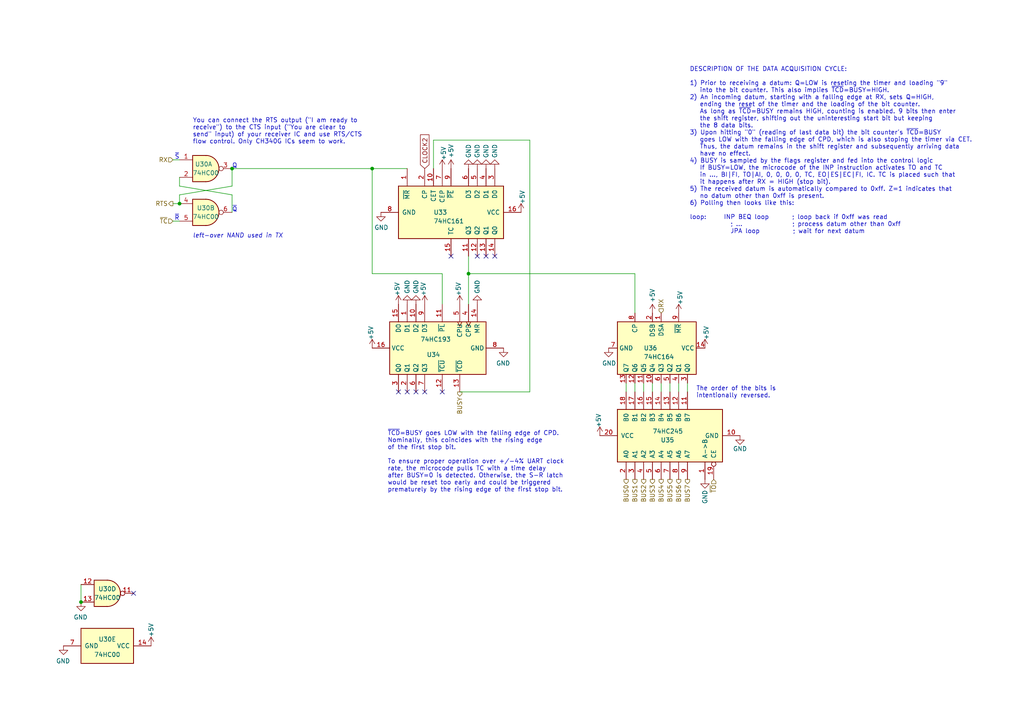
<source format=kicad_sch>
(kicad_sch (version 20211123) (generator eeschema)

  (uuid 1ab7bfbf-0b0d-4986-851e-0ecfe3961de9)

  (paper "A4")

  (title_block
    (title "UART Receiver")
    (date "2022-07-16")
    (rev "1.6")
    (comment 2 "creativecommons.org/licenses/by-nc-sa/3.0/deed.en")
    (comment 3 "License: CC BY-NC-SA 3.0")
    (comment 4 "Author: Carsten Herting (slu4)")
  )

  (lib_symbols
    (symbol "74xx:74HC00" (pin_names (offset 1.016)) (in_bom yes) (on_board yes)
      (property "Reference" "U" (id 0) (at 0 1.27 0)
        (effects (font (size 1.27 1.27)))
      )
      (property "Value" "74HC00" (id 1) (at 0 -1.27 0)
        (effects (font (size 1.27 1.27)))
      )
      (property "Footprint" "" (id 2) (at 0 0 0)
        (effects (font (size 1.27 1.27)) hide)
      )
      (property "Datasheet" "http://www.ti.com/lit/gpn/sn74hc00" (id 3) (at 0 0 0)
        (effects (font (size 1.27 1.27)) hide)
      )
      (property "ki_locked" "" (id 4) (at 0 0 0)
        (effects (font (size 1.27 1.27)))
      )
      (property "ki_keywords" "HCMOS nand 2-input" (id 5) (at 0 0 0)
        (effects (font (size 1.27 1.27)) hide)
      )
      (property "ki_description" "quad 2-input NAND gate" (id 6) (at 0 0 0)
        (effects (font (size 1.27 1.27)) hide)
      )
      (property "ki_fp_filters" "DIP*W7.62mm* SO14*" (id 7) (at 0 0 0)
        (effects (font (size 1.27 1.27)) hide)
      )
      (symbol "74HC00_1_1"
        (arc (start 0 -3.81) (mid 3.81 0) (end 0 3.81)
          (stroke (width 0.254) (type default) (color 0 0 0 0))
          (fill (type background))
        )
        (polyline
          (pts
            (xy 0 3.81)
            (xy -3.81 3.81)
            (xy -3.81 -3.81)
            (xy 0 -3.81)
          )
          (stroke (width 0.254) (type default) (color 0 0 0 0))
          (fill (type background))
        )
        (pin input line (at -7.62 2.54 0) (length 3.81)
          (name "~" (effects (font (size 1.27 1.27))))
          (number "1" (effects (font (size 1.27 1.27))))
        )
        (pin input line (at -7.62 -2.54 0) (length 3.81)
          (name "~" (effects (font (size 1.27 1.27))))
          (number "2" (effects (font (size 1.27 1.27))))
        )
        (pin output inverted (at 7.62 0 180) (length 3.81)
          (name "~" (effects (font (size 1.27 1.27))))
          (number "3" (effects (font (size 1.27 1.27))))
        )
      )
      (symbol "74HC00_1_2"
        (arc (start -3.81 -3.81) (mid -2.589 0) (end -3.81 3.81)
          (stroke (width 0.254) (type default) (color 0 0 0 0))
          (fill (type none))
        )
        (arc (start -0.6096 -3.81) (mid 2.1842 -2.5851) (end 3.81 0)
          (stroke (width 0.254) (type default) (color 0 0 0 0))
          (fill (type background))
        )
        (polyline
          (pts
            (xy -3.81 -3.81)
            (xy -0.635 -3.81)
          )
          (stroke (width 0.254) (type default) (color 0 0 0 0))
          (fill (type background))
        )
        (polyline
          (pts
            (xy -3.81 3.81)
            (xy -0.635 3.81)
          )
          (stroke (width 0.254) (type default) (color 0 0 0 0))
          (fill (type background))
        )
        (polyline
          (pts
            (xy -0.635 3.81)
            (xy -3.81 3.81)
            (xy -3.81 3.81)
            (xy -3.556 3.4036)
            (xy -3.0226 2.2606)
            (xy -2.6924 1.0414)
            (xy -2.6162 -0.254)
            (xy -2.7686 -1.4986)
            (xy -3.175 -2.7178)
            (xy -3.81 -3.81)
            (xy -3.81 -3.81)
            (xy -0.635 -3.81)
          )
          (stroke (width -25.4) (type default) (color 0 0 0 0))
          (fill (type background))
        )
        (arc (start 3.81 0) (mid 2.1915 2.5936) (end -0.6096 3.81)
          (stroke (width 0.254) (type default) (color 0 0 0 0))
          (fill (type background))
        )
        (pin input inverted (at -7.62 2.54 0) (length 4.318)
          (name "~" (effects (font (size 1.27 1.27))))
          (number "1" (effects (font (size 1.27 1.27))))
        )
        (pin input inverted (at -7.62 -2.54 0) (length 4.318)
          (name "~" (effects (font (size 1.27 1.27))))
          (number "2" (effects (font (size 1.27 1.27))))
        )
        (pin output line (at 7.62 0 180) (length 3.81)
          (name "~" (effects (font (size 1.27 1.27))))
          (number "3" (effects (font (size 1.27 1.27))))
        )
      )
      (symbol "74HC00_2_1"
        (arc (start 0 -3.81) (mid 3.81 0) (end 0 3.81)
          (stroke (width 0.254) (type default) (color 0 0 0 0))
          (fill (type background))
        )
        (polyline
          (pts
            (xy 0 3.81)
            (xy -3.81 3.81)
            (xy -3.81 -3.81)
            (xy 0 -3.81)
          )
          (stroke (width 0.254) (type default) (color 0 0 0 0))
          (fill (type background))
        )
        (pin input line (at -7.62 2.54 0) (length 3.81)
          (name "~" (effects (font (size 1.27 1.27))))
          (number "4" (effects (font (size 1.27 1.27))))
        )
        (pin input line (at -7.62 -2.54 0) (length 3.81)
          (name "~" (effects (font (size 1.27 1.27))))
          (number "5" (effects (font (size 1.27 1.27))))
        )
        (pin output inverted (at 7.62 0 180) (length 3.81)
          (name "~" (effects (font (size 1.27 1.27))))
          (number "6" (effects (font (size 1.27 1.27))))
        )
      )
      (symbol "74HC00_2_2"
        (arc (start -3.81 -3.81) (mid -2.589 0) (end -3.81 3.81)
          (stroke (width 0.254) (type default) (color 0 0 0 0))
          (fill (type none))
        )
        (arc (start -0.6096 -3.81) (mid 2.1842 -2.5851) (end 3.81 0)
          (stroke (width 0.254) (type default) (color 0 0 0 0))
          (fill (type background))
        )
        (polyline
          (pts
            (xy -3.81 -3.81)
            (xy -0.635 -3.81)
          )
          (stroke (width 0.254) (type default) (color 0 0 0 0))
          (fill (type background))
        )
        (polyline
          (pts
            (xy -3.81 3.81)
            (xy -0.635 3.81)
          )
          (stroke (width 0.254) (type default) (color 0 0 0 0))
          (fill (type background))
        )
        (polyline
          (pts
            (xy -0.635 3.81)
            (xy -3.81 3.81)
            (xy -3.81 3.81)
            (xy -3.556 3.4036)
            (xy -3.0226 2.2606)
            (xy -2.6924 1.0414)
            (xy -2.6162 -0.254)
            (xy -2.7686 -1.4986)
            (xy -3.175 -2.7178)
            (xy -3.81 -3.81)
            (xy -3.81 -3.81)
            (xy -0.635 -3.81)
          )
          (stroke (width -25.4) (type default) (color 0 0 0 0))
          (fill (type background))
        )
        (arc (start 3.81 0) (mid 2.1915 2.5936) (end -0.6096 3.81)
          (stroke (width 0.254) (type default) (color 0 0 0 0))
          (fill (type background))
        )
        (pin input inverted (at -7.62 2.54 0) (length 4.318)
          (name "~" (effects (font (size 1.27 1.27))))
          (number "4" (effects (font (size 1.27 1.27))))
        )
        (pin input inverted (at -7.62 -2.54 0) (length 4.318)
          (name "~" (effects (font (size 1.27 1.27))))
          (number "5" (effects (font (size 1.27 1.27))))
        )
        (pin output line (at 7.62 0 180) (length 3.81)
          (name "~" (effects (font (size 1.27 1.27))))
          (number "6" (effects (font (size 1.27 1.27))))
        )
      )
      (symbol "74HC00_3_1"
        (arc (start 0 -3.81) (mid 3.81 0) (end 0 3.81)
          (stroke (width 0.254) (type default) (color 0 0 0 0))
          (fill (type background))
        )
        (polyline
          (pts
            (xy 0 3.81)
            (xy -3.81 3.81)
            (xy -3.81 -3.81)
            (xy 0 -3.81)
          )
          (stroke (width 0.254) (type default) (color 0 0 0 0))
          (fill (type background))
        )
        (pin input line (at -7.62 -2.54 0) (length 3.81)
          (name "~" (effects (font (size 1.27 1.27))))
          (number "10" (effects (font (size 1.27 1.27))))
        )
        (pin output inverted (at 7.62 0 180) (length 3.81)
          (name "~" (effects (font (size 1.27 1.27))))
          (number "8" (effects (font (size 1.27 1.27))))
        )
        (pin input line (at -7.62 2.54 0) (length 3.81)
          (name "~" (effects (font (size 1.27 1.27))))
          (number "9" (effects (font (size 1.27 1.27))))
        )
      )
      (symbol "74HC00_3_2"
        (arc (start -3.81 -3.81) (mid -2.589 0) (end -3.81 3.81)
          (stroke (width 0.254) (type default) (color 0 0 0 0))
          (fill (type none))
        )
        (arc (start -0.6096 -3.81) (mid 2.1842 -2.5851) (end 3.81 0)
          (stroke (width 0.254) (type default) (color 0 0 0 0))
          (fill (type background))
        )
        (polyline
          (pts
            (xy -3.81 -3.81)
            (xy -0.635 -3.81)
          )
          (stroke (width 0.254) (type default) (color 0 0 0 0))
          (fill (type background))
        )
        (polyline
          (pts
            (xy -3.81 3.81)
            (xy -0.635 3.81)
          )
          (stroke (width 0.254) (type default) (color 0 0 0 0))
          (fill (type background))
        )
        (polyline
          (pts
            (xy -0.635 3.81)
            (xy -3.81 3.81)
            (xy -3.81 3.81)
            (xy -3.556 3.4036)
            (xy -3.0226 2.2606)
            (xy -2.6924 1.0414)
            (xy -2.6162 -0.254)
            (xy -2.7686 -1.4986)
            (xy -3.175 -2.7178)
            (xy -3.81 -3.81)
            (xy -3.81 -3.81)
            (xy -0.635 -3.81)
          )
          (stroke (width -25.4) (type default) (color 0 0 0 0))
          (fill (type background))
        )
        (arc (start 3.81 0) (mid 2.1915 2.5936) (end -0.6096 3.81)
          (stroke (width 0.254) (type default) (color 0 0 0 0))
          (fill (type background))
        )
        (pin input inverted (at -7.62 -2.54 0) (length 4.318)
          (name "~" (effects (font (size 1.27 1.27))))
          (number "10" (effects (font (size 1.27 1.27))))
        )
        (pin output line (at 7.62 0 180) (length 3.81)
          (name "~" (effects (font (size 1.27 1.27))))
          (number "8" (effects (font (size 1.27 1.27))))
        )
        (pin input inverted (at -7.62 2.54 0) (length 4.318)
          (name "~" (effects (font (size 1.27 1.27))))
          (number "9" (effects (font (size 1.27 1.27))))
        )
      )
      (symbol "74HC00_4_1"
        (arc (start 0 -3.81) (mid 3.81 0) (end 0 3.81)
          (stroke (width 0.254) (type default) (color 0 0 0 0))
          (fill (type background))
        )
        (polyline
          (pts
            (xy 0 3.81)
            (xy -3.81 3.81)
            (xy -3.81 -3.81)
            (xy 0 -3.81)
          )
          (stroke (width 0.254) (type default) (color 0 0 0 0))
          (fill (type background))
        )
        (pin output inverted (at 7.62 0 180) (length 3.81)
          (name "~" (effects (font (size 1.27 1.27))))
          (number "11" (effects (font (size 1.27 1.27))))
        )
        (pin input line (at -7.62 2.54 0) (length 3.81)
          (name "~" (effects (font (size 1.27 1.27))))
          (number "12" (effects (font (size 1.27 1.27))))
        )
        (pin input line (at -7.62 -2.54 0) (length 3.81)
          (name "~" (effects (font (size 1.27 1.27))))
          (number "13" (effects (font (size 1.27 1.27))))
        )
      )
      (symbol "74HC00_4_2"
        (arc (start -3.81 -3.81) (mid -2.589 0) (end -3.81 3.81)
          (stroke (width 0.254) (type default) (color 0 0 0 0))
          (fill (type none))
        )
        (arc (start -0.6096 -3.81) (mid 2.1842 -2.5851) (end 3.81 0)
          (stroke (width 0.254) (type default) (color 0 0 0 0))
          (fill (type background))
        )
        (polyline
          (pts
            (xy -3.81 -3.81)
            (xy -0.635 -3.81)
          )
          (stroke (width 0.254) (type default) (color 0 0 0 0))
          (fill (type background))
        )
        (polyline
          (pts
            (xy -3.81 3.81)
            (xy -0.635 3.81)
          )
          (stroke (width 0.254) (type default) (color 0 0 0 0))
          (fill (type background))
        )
        (polyline
          (pts
            (xy -0.635 3.81)
            (xy -3.81 3.81)
            (xy -3.81 3.81)
            (xy -3.556 3.4036)
            (xy -3.0226 2.2606)
            (xy -2.6924 1.0414)
            (xy -2.6162 -0.254)
            (xy -2.7686 -1.4986)
            (xy -3.175 -2.7178)
            (xy -3.81 -3.81)
            (xy -3.81 -3.81)
            (xy -0.635 -3.81)
          )
          (stroke (width -25.4) (type default) (color 0 0 0 0))
          (fill (type background))
        )
        (arc (start 3.81 0) (mid 2.1915 2.5936) (end -0.6096 3.81)
          (stroke (width 0.254) (type default) (color 0 0 0 0))
          (fill (type background))
        )
        (pin output line (at 7.62 0 180) (length 3.81)
          (name "~" (effects (font (size 1.27 1.27))))
          (number "11" (effects (font (size 1.27 1.27))))
        )
        (pin input inverted (at -7.62 2.54 0) (length 4.318)
          (name "~" (effects (font (size 1.27 1.27))))
          (number "12" (effects (font (size 1.27 1.27))))
        )
        (pin input inverted (at -7.62 -2.54 0) (length 4.318)
          (name "~" (effects (font (size 1.27 1.27))))
          (number "13" (effects (font (size 1.27 1.27))))
        )
      )
      (symbol "74HC00_5_0"
        (pin power_in line (at 0 12.7 270) (length 5.08)
          (name "VCC" (effects (font (size 1.27 1.27))))
          (number "14" (effects (font (size 1.27 1.27))))
        )
        (pin power_in line (at 0 -12.7 90) (length 5.08)
          (name "GND" (effects (font (size 1.27 1.27))))
          (number "7" (effects (font (size 1.27 1.27))))
        )
      )
      (symbol "74HC00_5_1"
        (rectangle (start -5.08 7.62) (end 5.08 -7.62)
          (stroke (width 0.254) (type default) (color 0 0 0 0))
          (fill (type background))
        )
      )
    )
    (symbol "74xx:74HC164" (in_bom yes) (on_board yes)
      (property "Reference" "U" (id 0) (at 1.905 -13.97 0)
        (effects (font (size 1.27 1.27)) (justify left))
      )
      (property "Value" "74HC164" (id 1) (at 1.905 -16.51 0)
        (effects (font (size 1.27 1.27)) (justify left))
      )
      (property "Footprint" "" (id 2) (at 22.86 -7.62 0)
        (effects (font (size 1.27 1.27)) hide)
      )
      (property "Datasheet" "https://assets.nexperia.com/documents/data-sheet/74HC_HCT164.pdf" (id 3) (at 22.86 -7.62 0)
        (effects (font (size 1.27 1.27)) hide)
      )
      (property "ki_keywords" "8-bit shift register" (id 4) (at 0 0 0)
        (effects (font (size 1.27 1.27)) hide)
      )
      (property "ki_description" "8-bit serial-in parallel-out shift register" (id 5) (at 0 0 0)
        (effects (font (size 1.27 1.27)) hide)
      )
      (property "ki_fp_filters" "SOIC*3.9x8.7*P1.27mm* ?SSOP*P0.65mm* DIP*W7.62mm*" (id 6) (at 0 0 0)
        (effects (font (size 1.27 1.27)) hide)
      )
      (symbol "74HC164_0_1"
        (rectangle (start 7.62 10.16) (end -7.62 -12.7)
          (stroke (width 0.254) (type default) (color 0 0 0 0))
          (fill (type background))
        )
      )
      (symbol "74HC164_1_1"
        (pin input line (at -10.16 0 0) (length 2.54)
          (name "DSA" (effects (font (size 1.27 1.27))))
          (number "1" (effects (font (size 1.27 1.27))))
        )
        (pin output line (at 10.16 -2.54 180) (length 2.54)
          (name "Q4" (effects (font (size 1.27 1.27))))
          (number "10" (effects (font (size 1.27 1.27))))
        )
        (pin output line (at 10.16 -5.08 180) (length 2.54)
          (name "Q5" (effects (font (size 1.27 1.27))))
          (number "11" (effects (font (size 1.27 1.27))))
        )
        (pin output line (at 10.16 -7.62 180) (length 2.54)
          (name "Q6" (effects (font (size 1.27 1.27))))
          (number "12" (effects (font (size 1.27 1.27))))
        )
        (pin output line (at 10.16 -10.16 180) (length 2.54)
          (name "Q7" (effects (font (size 1.27 1.27))))
          (number "13" (effects (font (size 1.27 1.27))))
        )
        (pin power_in line (at 0 12.7 270) (length 2.54)
          (name "VCC" (effects (font (size 1.27 1.27))))
          (number "14" (effects (font (size 1.27 1.27))))
        )
        (pin input line (at -10.16 -2.54 0) (length 2.54)
          (name "DSB" (effects (font (size 1.27 1.27))))
          (number "2" (effects (font (size 1.27 1.27))))
        )
        (pin output line (at 10.16 7.62 180) (length 2.54)
          (name "Q0" (effects (font (size 1.27 1.27))))
          (number "3" (effects (font (size 1.27 1.27))))
        )
        (pin output line (at 10.16 5.08 180) (length 2.54)
          (name "Q1" (effects (font (size 1.27 1.27))))
          (number "4" (effects (font (size 1.27 1.27))))
        )
        (pin output line (at 10.16 2.54 180) (length 2.54)
          (name "Q2" (effects (font (size 1.27 1.27))))
          (number "5" (effects (font (size 1.27 1.27))))
        )
        (pin output line (at 10.16 0 180) (length 2.54)
          (name "Q3" (effects (font (size 1.27 1.27))))
          (number "6" (effects (font (size 1.27 1.27))))
        )
        (pin power_in line (at 0 -15.24 90) (length 2.54)
          (name "GND" (effects (font (size 1.27 1.27))))
          (number "7" (effects (font (size 1.27 1.27))))
        )
        (pin input line (at -10.16 -7.62 0) (length 2.54)
          (name "CP" (effects (font (size 1.27 1.27))))
          (number "8" (effects (font (size 1.27 1.27))))
        )
        (pin input line (at -10.16 5.08 0) (length 2.54)
          (name "~{MR}" (effects (font (size 1.27 1.27))))
          (number "9" (effects (font (size 1.27 1.27))))
        )
      )
    )
    (symbol "8-Bit CPU 32k-cache:74HC00" (pin_names (offset 1.016)) (in_bom yes) (on_board yes)
      (property "Reference" "U" (id 0) (at 0 1.27 0)
        (effects (font (size 1.27 1.27)))
      )
      (property "Value" "74HC00" (id 1) (at 0 -1.27 0)
        (effects (font (size 1.27 1.27)))
      )
      (property "Footprint" "" (id 2) (at 0 0 0)
        (effects (font (size 1.27 1.27)) hide)
      )
      (property "Datasheet" "" (id 3) (at 0 0 0)
        (effects (font (size 1.27 1.27)) hide)
      )
      (property "ki_locked" "" (id 4) (at 0 0 0)
        (effects (font (size 1.27 1.27)))
      )
      (property "ki_fp_filters" "DIP*W7.62mm* SO14*" (id 5) (at 0 0 0)
        (effects (font (size 1.27 1.27)) hide)
      )
      (symbol "74HC00_1_1"
        (arc (start 0 -3.81) (mid 3.81 0) (end 0 3.81)
          (stroke (width 0.254) (type default) (color 0 0 0 0))
          (fill (type background))
        )
        (polyline
          (pts
            (xy 0 3.81)
            (xy -3.81 3.81)
            (xy -3.81 -3.81)
            (xy 0 -3.81)
          )
          (stroke (width 0.254) (type default) (color 0 0 0 0))
          (fill (type background))
        )
        (pin input line (at -7.62 2.54 0) (length 3.81)
          (name "~" (effects (font (size 1.27 1.27))))
          (number "1" (effects (font (size 1.27 1.27))))
        )
        (pin input line (at -7.62 -2.54 0) (length 3.81)
          (name "~" (effects (font (size 1.27 1.27))))
          (number "2" (effects (font (size 1.27 1.27))))
        )
        (pin output inverted (at 7.62 0 180) (length 3.81)
          (name "~" (effects (font (size 1.27 1.27))))
          (number "3" (effects (font (size 1.27 1.27))))
        )
      )
      (symbol "74HC00_1_2"
        (arc (start -3.81 -3.81) (mid -2.589 0) (end -3.81 3.81)
          (stroke (width 0.254) (type default) (color 0 0 0 0))
          (fill (type none))
        )
        (arc (start -0.6096 -3.81) (mid 2.1842 -2.5851) (end 3.81 0)
          (stroke (width 0.254) (type default) (color 0 0 0 0))
          (fill (type background))
        )
        (polyline
          (pts
            (xy -3.81 -3.81)
            (xy -0.635 -3.81)
          )
          (stroke (width 0.254) (type default) (color 0 0 0 0))
          (fill (type background))
        )
        (polyline
          (pts
            (xy -3.81 3.81)
            (xy -0.635 3.81)
          )
          (stroke (width 0.254) (type default) (color 0 0 0 0))
          (fill (type background))
        )
        (polyline
          (pts
            (xy -0.635 3.81)
            (xy -3.81 3.81)
            (xy -3.81 3.81)
            (xy -3.556 3.4036)
            (xy -3.0226 2.2606)
            (xy -2.6924 1.0414)
            (xy -2.6162 -0.254)
            (xy -2.7686 -1.4986)
            (xy -3.175 -2.7178)
            (xy -3.81 -3.81)
            (xy -3.81 -3.81)
            (xy -0.635 -3.81)
          )
          (stroke (width -25.4) (type default) (color 0 0 0 0))
          (fill (type background))
        )
        (arc (start 3.81 0) (mid 2.1915 2.5936) (end -0.6096 3.81)
          (stroke (width 0.254) (type default) (color 0 0 0 0))
          (fill (type background))
        )
        (pin input inverted (at -7.62 2.54 0) (length 4.318)
          (name "~" (effects (font (size 1.27 1.27))))
          (number "1" (effects (font (size 1.27 1.27))))
        )
        (pin input inverted (at -7.62 -2.54 0) (length 4.318)
          (name "~" (effects (font (size 1.27 1.27))))
          (number "2" (effects (font (size 1.27 1.27))))
        )
        (pin output line (at 7.62 0 180) (length 3.81)
          (name "~" (effects (font (size 1.27 1.27))))
          (number "3" (effects (font (size 1.27 1.27))))
        )
      )
      (symbol "74HC00_2_1"
        (arc (start 0 -3.81) (mid 3.81 0) (end 0 3.81)
          (stroke (width 0.254) (type default) (color 0 0 0 0))
          (fill (type background))
        )
        (polyline
          (pts
            (xy 0 3.81)
            (xy -3.81 3.81)
            (xy -3.81 -3.81)
            (xy 0 -3.81)
          )
          (stroke (width 0.254) (type default) (color 0 0 0 0))
          (fill (type background))
        )
        (pin input line (at -7.62 2.54 0) (length 3.81)
          (name "~" (effects (font (size 1.27 1.27))))
          (number "4" (effects (font (size 1.27 1.27))))
        )
        (pin input line (at -7.62 -2.54 0) (length 3.81)
          (name "~" (effects (font (size 1.27 1.27))))
          (number "5" (effects (font (size 1.27 1.27))))
        )
        (pin output inverted (at 7.62 0 180) (length 3.81)
          (name "~" (effects (font (size 1.27 1.27))))
          (number "6" (effects (font (size 1.27 1.27))))
        )
      )
      (symbol "74HC00_2_2"
        (arc (start -3.81 -3.81) (mid -2.589 0) (end -3.81 3.81)
          (stroke (width 0.254) (type default) (color 0 0 0 0))
          (fill (type none))
        )
        (arc (start -0.6096 -3.81) (mid 2.1842 -2.5851) (end 3.81 0)
          (stroke (width 0.254) (type default) (color 0 0 0 0))
          (fill (type background))
        )
        (polyline
          (pts
            (xy -3.81 -3.81)
            (xy -0.635 -3.81)
          )
          (stroke (width 0.254) (type default) (color 0 0 0 0))
          (fill (type background))
        )
        (polyline
          (pts
            (xy -3.81 3.81)
            (xy -0.635 3.81)
          )
          (stroke (width 0.254) (type default) (color 0 0 0 0))
          (fill (type background))
        )
        (polyline
          (pts
            (xy -0.635 3.81)
            (xy -3.81 3.81)
            (xy -3.81 3.81)
            (xy -3.556 3.4036)
            (xy -3.0226 2.2606)
            (xy -2.6924 1.0414)
            (xy -2.6162 -0.254)
            (xy -2.7686 -1.4986)
            (xy -3.175 -2.7178)
            (xy -3.81 -3.81)
            (xy -3.81 -3.81)
            (xy -0.635 -3.81)
          )
          (stroke (width -25.4) (type default) (color 0 0 0 0))
          (fill (type background))
        )
        (arc (start 3.81 0) (mid 2.1915 2.5936) (end -0.6096 3.81)
          (stroke (width 0.254) (type default) (color 0 0 0 0))
          (fill (type background))
        )
        (pin input inverted (at -7.62 2.54 0) (length 4.318)
          (name "~" (effects (font (size 1.27 1.27))))
          (number "4" (effects (font (size 1.27 1.27))))
        )
        (pin input inverted (at -7.62 -2.54 0) (length 4.318)
          (name "~" (effects (font (size 1.27 1.27))))
          (number "5" (effects (font (size 1.27 1.27))))
        )
        (pin output line (at 7.62 0 180) (length 3.81)
          (name "~" (effects (font (size 1.27 1.27))))
          (number "6" (effects (font (size 1.27 1.27))))
        )
      )
      (symbol "74HC00_3_1"
        (arc (start 0 -3.81) (mid 3.81 0) (end 0 3.81)
          (stroke (width 0.254) (type default) (color 0 0 0 0))
          (fill (type background))
        )
        (polyline
          (pts
            (xy 0 3.81)
            (xy -3.81 3.81)
            (xy -3.81 -3.81)
            (xy 0 -3.81)
          )
          (stroke (width 0.254) (type default) (color 0 0 0 0))
          (fill (type background))
        )
        (pin input line (at -7.62 -2.54 0) (length 3.81)
          (name "~" (effects (font (size 1.27 1.27))))
          (number "10" (effects (font (size 1.27 1.27))))
        )
        (pin output inverted (at 7.62 0 180) (length 3.81)
          (name "~" (effects (font (size 1.27 1.27))))
          (number "8" (effects (font (size 1.27 1.27))))
        )
        (pin input line (at -7.62 2.54 0) (length 3.81)
          (name "~" (effects (font (size 1.27 1.27))))
          (number "9" (effects (font (size 1.27 1.27))))
        )
      )
      (symbol "74HC00_3_2"
        (arc (start -3.81 -3.81) (mid -2.589 0) (end -3.81 3.81)
          (stroke (width 0.254) (type default) (color 0 0 0 0))
          (fill (type none))
        )
        (arc (start -0.6096 -3.81) (mid 2.1842 -2.5851) (end 3.81 0)
          (stroke (width 0.254) (type default) (color 0 0 0 0))
          (fill (type background))
        )
        (polyline
          (pts
            (xy -3.81 -3.81)
            (xy -0.635 -3.81)
          )
          (stroke (width 0.254) (type default) (color 0 0 0 0))
          (fill (type background))
        )
        (polyline
          (pts
            (xy -3.81 3.81)
            (xy -0.635 3.81)
          )
          (stroke (width 0.254) (type default) (color 0 0 0 0))
          (fill (type background))
        )
        (polyline
          (pts
            (xy -0.635 3.81)
            (xy -3.81 3.81)
            (xy -3.81 3.81)
            (xy -3.556 3.4036)
            (xy -3.0226 2.2606)
            (xy -2.6924 1.0414)
            (xy -2.6162 -0.254)
            (xy -2.7686 -1.4986)
            (xy -3.175 -2.7178)
            (xy -3.81 -3.81)
            (xy -3.81 -3.81)
            (xy -0.635 -3.81)
          )
          (stroke (width -25.4) (type default) (color 0 0 0 0))
          (fill (type background))
        )
        (arc (start 3.81 0) (mid 2.1915 2.5936) (end -0.6096 3.81)
          (stroke (width 0.254) (type default) (color 0 0 0 0))
          (fill (type background))
        )
        (pin input inverted (at -7.62 -2.54 0) (length 4.318)
          (name "~" (effects (font (size 1.27 1.27))))
          (number "10" (effects (font (size 1.27 1.27))))
        )
        (pin output line (at 7.62 0 180) (length 3.81)
          (name "~" (effects (font (size 1.27 1.27))))
          (number "8" (effects (font (size 1.27 1.27))))
        )
        (pin input inverted (at -7.62 2.54 0) (length 4.318)
          (name "~" (effects (font (size 1.27 1.27))))
          (number "9" (effects (font (size 1.27 1.27))))
        )
      )
      (symbol "74HC00_4_1"
        (arc (start 0 -3.81) (mid 3.81 0) (end 0 3.81)
          (stroke (width 0.254) (type default) (color 0 0 0 0))
          (fill (type background))
        )
        (polyline
          (pts
            (xy 0 3.81)
            (xy -3.81 3.81)
            (xy -3.81 -3.81)
            (xy 0 -3.81)
          )
          (stroke (width 0.254) (type default) (color 0 0 0 0))
          (fill (type background))
        )
        (pin output inverted (at 7.62 0 180) (length 3.81)
          (name "~" (effects (font (size 1.27 1.27))))
          (number "11" (effects (font (size 1.27 1.27))))
        )
        (pin input line (at -7.62 2.54 0) (length 3.81)
          (name "~" (effects (font (size 1.27 1.27))))
          (number "12" (effects (font (size 1.27 1.27))))
        )
        (pin input line (at -7.62 -2.54 0) (length 3.81)
          (name "~" (effects (font (size 1.27 1.27))))
          (number "13" (effects (font (size 1.27 1.27))))
        )
      )
      (symbol "74HC00_4_2"
        (arc (start -3.81 -3.81) (mid -2.589 0) (end -3.81 3.81)
          (stroke (width 0.254) (type default) (color 0 0 0 0))
          (fill (type none))
        )
        (arc (start -0.6096 -3.81) (mid 2.1842 -2.5851) (end 3.81 0)
          (stroke (width 0.254) (type default) (color 0 0 0 0))
          (fill (type background))
        )
        (polyline
          (pts
            (xy -3.81 -3.81)
            (xy -0.635 -3.81)
          )
          (stroke (width 0.254) (type default) (color 0 0 0 0))
          (fill (type background))
        )
        (polyline
          (pts
            (xy -3.81 3.81)
            (xy -0.635 3.81)
          )
          (stroke (width 0.254) (type default) (color 0 0 0 0))
          (fill (type background))
        )
        (polyline
          (pts
            (xy -0.635 3.81)
            (xy -3.81 3.81)
            (xy -3.81 3.81)
            (xy -3.556 3.4036)
            (xy -3.0226 2.2606)
            (xy -2.6924 1.0414)
            (xy -2.6162 -0.254)
            (xy -2.7686 -1.4986)
            (xy -3.175 -2.7178)
            (xy -3.81 -3.81)
            (xy -3.81 -3.81)
            (xy -0.635 -3.81)
          )
          (stroke (width -25.4) (type default) (color 0 0 0 0))
          (fill (type background))
        )
        (arc (start 3.81 0) (mid 2.1915 2.5936) (end -0.6096 3.81)
          (stroke (width 0.254) (type default) (color 0 0 0 0))
          (fill (type background))
        )
        (pin output line (at 7.62 0 180) (length 3.81)
          (name "~" (effects (font (size 1.27 1.27))))
          (number "11" (effects (font (size 1.27 1.27))))
        )
        (pin input inverted (at -7.62 2.54 0) (length 4.318)
          (name "~" (effects (font (size 1.27 1.27))))
          (number "12" (effects (font (size 1.27 1.27))))
        )
        (pin input inverted (at -7.62 -2.54 0) (length 4.318)
          (name "~" (effects (font (size 1.27 1.27))))
          (number "13" (effects (font (size 1.27 1.27))))
        )
      )
      (symbol "74HC00_5_0"
        (pin power_in line (at 0 12.7 270) (length 5.08)
          (name "VCC" (effects (font (size 1.27 1.27))))
          (number "14" (effects (font (size 1.27 1.27))))
        )
        (pin power_in line (at 0 -12.7 90) (length 5.08)
          (name "GND" (effects (font (size 1.27 1.27))))
          (number "7" (effects (font (size 1.27 1.27))))
        )
      )
      (symbol "74HC00_5_1"
        (rectangle (start -5.08 7.62) (end 5.08 -7.62)
          (stroke (width 0.254) (type default) (color 0 0 0 0))
          (fill (type background))
        )
      )
    )
    (symbol "8-Bit CPU 32k:74HC161" (pin_names (offset 1.016)) (in_bom yes) (on_board yes)
      (property "Reference" "U" (id 0) (at -7.62 16.51 0)
        (effects (font (size 1.27 1.27)))
      )
      (property "Value" "74HC161" (id 1) (at -7.62 -16.51 0)
        (effects (font (size 1.27 1.27)))
      )
      (property "Footprint" "" (id 2) (at 0 0 0)
        (effects (font (size 1.27 1.27)) hide)
      )
      (property "Datasheet" "http://www.ti.com/lit/gpn/sn74LS161" (id 3) (at 0 0 0)
        (effects (font (size 1.27 1.27)) hide)
      )
      (property "ki_locked" "" (id 4) (at 0 0 0)
        (effects (font (size 1.27 1.27)))
      )
      (property "ki_keywords" "TTL CNT CNT4" (id 5) (at 0 0 0)
        (effects (font (size 1.27 1.27)) hide)
      )
      (property "ki_description" "Synchronous 4-bit programmable binary Counter" (id 6) (at 0 0 0)
        (effects (font (size 1.27 1.27)) hide)
      )
      (property "ki_fp_filters" "DIP?16*" (id 7) (at 0 0 0)
        (effects (font (size 1.27 1.27)) hide)
      )
      (symbol "74HC161_1_0"
        (pin input line (at -12.7 -12.7 0) (length 5.08)
          (name "~{MR}" (effects (font (size 1.27 1.27))))
          (number "1" (effects (font (size 1.27 1.27))))
        )
        (pin input line (at -12.7 -5.08 0) (length 5.08)
          (name "CET" (effects (font (size 1.27 1.27))))
          (number "10" (effects (font (size 1.27 1.27))))
        )
        (pin output line (at 12.7 5.08 180) (length 5.08)
          (name "Q3" (effects (font (size 1.27 1.27))))
          (number "11" (effects (font (size 1.27 1.27))))
        )
        (pin output line (at 12.7 7.62 180) (length 5.08)
          (name "Q2" (effects (font (size 1.27 1.27))))
          (number "12" (effects (font (size 1.27 1.27))))
        )
        (pin output line (at 12.7 10.16 180) (length 5.08)
          (name "Q1" (effects (font (size 1.27 1.27))))
          (number "13" (effects (font (size 1.27 1.27))))
        )
        (pin output line (at 12.7 12.7 180) (length 5.08)
          (name "Q0" (effects (font (size 1.27 1.27))))
          (number "14" (effects (font (size 1.27 1.27))))
        )
        (pin output line (at 12.7 0 180) (length 5.08)
          (name "TC" (effects (font (size 1.27 1.27))))
          (number "15" (effects (font (size 1.27 1.27))))
        )
        (pin power_in line (at 0 20.32 270) (length 5.08)
          (name "VCC" (effects (font (size 1.27 1.27))))
          (number "16" (effects (font (size 1.27 1.27))))
        )
        (pin input line (at -12.7 -7.62 0) (length 5.08)
          (name "CP" (effects (font (size 1.27 1.27))))
          (number "2" (effects (font (size 1.27 1.27))))
        )
        (pin input line (at -12.7 12.7 0) (length 5.08)
          (name "D0" (effects (font (size 1.27 1.27))))
          (number "3" (effects (font (size 1.27 1.27))))
        )
        (pin input line (at -12.7 10.16 0) (length 5.08)
          (name "D1" (effects (font (size 1.27 1.27))))
          (number "4" (effects (font (size 1.27 1.27))))
        )
        (pin input line (at -12.7 7.62 0) (length 5.08)
          (name "D2" (effects (font (size 1.27 1.27))))
          (number "5" (effects (font (size 1.27 1.27))))
        )
        (pin input line (at -12.7 5.08 0) (length 5.08)
          (name "D3" (effects (font (size 1.27 1.27))))
          (number "6" (effects (font (size 1.27 1.27))))
        )
        (pin input line (at -12.7 -2.54 0) (length 5.08)
          (name "CEP" (effects (font (size 1.27 1.27))))
          (number "7" (effects (font (size 1.27 1.27))))
        )
        (pin power_in line (at 0 -20.32 90) (length 5.08)
          (name "GND" (effects (font (size 1.27 1.27))))
          (number "8" (effects (font (size 1.27 1.27))))
        )
        (pin input line (at -12.7 0 0) (length 5.08)
          (name "~{PE}" (effects (font (size 1.27 1.27))))
          (number "9" (effects (font (size 1.27 1.27))))
        )
      )
      (symbol "74HC161_1_1"
        (rectangle (start -7.62 15.24) (end 7.62 -15.24)
          (stroke (width 0.254) (type default) (color 0 0 0 0))
          (fill (type background))
        )
      )
    )
    (symbol "8-Bit CPU 32k:74HC193" (in_bom yes) (on_board yes)
      (property "Reference" "U" (id 0) (at -7.62 13.97 0)
        (effects (font (size 1.27 1.27)))
      )
      (property "Value" "74HC193" (id 1) (at 5.08 13.97 0)
        (effects (font (size 1.27 1.27)))
      )
      (property "Footprint" "" (id 2) (at 0 0 0)
        (effects (font (size 1.27 1.27)) hide)
      )
      (property "Datasheet" "http://www.ti.com/lit/ds/symlink/sn74ls193.pdf" (id 3) (at 0 0 0)
        (effects (font (size 1.27 1.27)) hide)
      )
      (property "ki_keywords" "TTL CNT CNT4" (id 4) (at 0 0 0)
        (effects (font (size 1.27 1.27)) hide)
      )
      (property "ki_description" "Synchronous 4-bit Up/Down (2 clk) counter" (id 5) (at 0 0 0)
        (effects (font (size 1.27 1.27)) hide)
      )
      (property "ki_fp_filters" "SOIC*3.9x9.9mm*P1.27mm* DIP*W7.62mm*" (id 6) (at 0 0 0)
        (effects (font (size 1.27 1.27)) hide)
      )
      (symbol "74HC193_1_0"
        (pin input line (at -12.7 7.62 0) (length 5.08)
          (name "D1" (effects (font (size 1.27 1.27))))
          (number "1" (effects (font (size 1.27 1.27))))
        )
        (pin input line (at -12.7 5.08 0) (length 5.08)
          (name "D2" (effects (font (size 1.27 1.27))))
          (number "10" (effects (font (size 1.27 1.27))))
        )
        (pin input line (at -12.7 -2.54 0) (length 5.08)
          (name "~{PL}" (effects (font (size 1.27 1.27))))
          (number "11" (effects (font (size 1.27 1.27))))
        )
        (pin output line (at 12.7 -2.54 180) (length 5.08)
          (name "~{TCU}" (effects (font (size 1.27 1.27))))
          (number "12" (effects (font (size 1.27 1.27))))
        )
        (pin output line (at 12.7 -7.62 180) (length 5.08)
          (name "~{TCD}" (effects (font (size 1.27 1.27))))
          (number "13" (effects (font (size 1.27 1.27))))
        )
        (pin input line (at -12.7 -12.7 0) (length 5.08)
          (name "MR" (effects (font (size 1.27 1.27))))
          (number "14" (effects (font (size 1.27 1.27))))
        )
        (pin input line (at -12.7 10.16 0) (length 5.08)
          (name "D0" (effects (font (size 1.27 1.27))))
          (number "15" (effects (font (size 1.27 1.27))))
        )
        (pin power_in line (at 0 17.78 270) (length 5.08)
          (name "VCC" (effects (font (size 1.27 1.27))))
          (number "16" (effects (font (size 1.27 1.27))))
        )
        (pin output line (at 12.7 7.62 180) (length 5.08)
          (name "Q1" (effects (font (size 1.27 1.27))))
          (number "2" (effects (font (size 1.27 1.27))))
        )
        (pin output line (at 12.7 10.16 180) (length 5.08)
          (name "Q0" (effects (font (size 1.27 1.27))))
          (number "3" (effects (font (size 1.27 1.27))))
        )
        (pin input clock (at -12.7 -10.16 0) (length 5.08)
          (name "CPD" (effects (font (size 1.27 1.27))))
          (number "4" (effects (font (size 1.27 1.27))))
        )
        (pin input clock (at -12.7 -7.62 0) (length 5.08)
          (name "CPU" (effects (font (size 1.27 1.27))))
          (number "5" (effects (font (size 1.27 1.27))))
        )
        (pin output line (at 12.7 5.08 180) (length 5.08)
          (name "Q2" (effects (font (size 1.27 1.27))))
          (number "6" (effects (font (size 1.27 1.27))))
        )
        (pin output line (at 12.7 2.54 180) (length 5.08)
          (name "Q3" (effects (font (size 1.27 1.27))))
          (number "7" (effects (font (size 1.27 1.27))))
        )
        (pin power_in line (at 0 -20.32 90) (length 5.08)
          (name "GND" (effects (font (size 1.27 1.27))))
          (number "8" (effects (font (size 1.27 1.27))))
        )
        (pin input line (at -12.7 2.54 0) (length 5.08)
          (name "D3" (effects (font (size 1.27 1.27))))
          (number "9" (effects (font (size 1.27 1.27))))
        )
      )
      (symbol "74HC193_1_1"
        (rectangle (start -7.62 12.7) (end 7.62 -15.24)
          (stroke (width 0.254) (type default) (color 0 0 0 0))
          (fill (type background))
        )
      )
    )
    (symbol "8-Bit CPU 32k:74HC245" (pin_names (offset 1.016)) (in_bom yes) (on_board yes)
      (property "Reference" "U" (id 0) (at 0 -6.35 90)
        (effects (font (size 1.27 1.27)))
      )
      (property "Value" "74HC245" (id 1) (at 0 2.54 90)
        (effects (font (size 1.27 1.27)))
      )
      (property "Footprint" "" (id 2) (at 0 0 0)
        (effects (font (size 1.27 1.27)) hide)
      )
      (property "Datasheet" "http://www.ti.com/lit/gpn/sn74HC245" (id 3) (at 0 0 0)
        (effects (font (size 1.27 1.27)) hide)
      )
      (property "ki_locked" "" (id 4) (at 0 0 0)
        (effects (font (size 1.27 1.27)))
      )
      (property "ki_keywords" "HCMOS BUS 3State" (id 5) (at 0 0 0)
        (effects (font (size 1.27 1.27)) hide)
      )
      (property "ki_description" "Octal BUS Transceivers, 3-State outputs" (id 6) (at 0 0 0)
        (effects (font (size 1.27 1.27)) hide)
      )
      (property "ki_fp_filters" "DIP?20*" (id 7) (at 0 0 0)
        (effects (font (size 1.27 1.27)) hide)
      )
      (symbol "74HC245_1_0"
        (pin input line (at -12.7 -10.16 0) (length 5.08)
          (name "A->B" (effects (font (size 1.27 1.27))))
          (number "1" (effects (font (size 1.27 1.27))))
        )
        (pin power_in line (at 0 -20.32 90) (length 5.08)
          (name "GND" (effects (font (size 1.27 1.27))))
          (number "10" (effects (font (size 1.27 1.27))))
        )
        (pin tri_state line (at 12.7 -5.08 180) (length 5.08)
          (name "B7" (effects (font (size 1.27 1.27))))
          (number "11" (effects (font (size 1.27 1.27))))
        )
        (pin tri_state line (at 12.7 -2.54 180) (length 5.08)
          (name "B6" (effects (font (size 1.27 1.27))))
          (number "12" (effects (font (size 1.27 1.27))))
        )
        (pin tri_state line (at 12.7 0 180) (length 5.08)
          (name "B5" (effects (font (size 1.27 1.27))))
          (number "13" (effects (font (size 1.27 1.27))))
        )
        (pin tri_state line (at 12.7 2.54 180) (length 5.08)
          (name "B4" (effects (font (size 1.27 1.27))))
          (number "14" (effects (font (size 1.27 1.27))))
        )
        (pin tri_state line (at 12.7 5.08 180) (length 5.08)
          (name "B3" (effects (font (size 1.27 1.27))))
          (number "15" (effects (font (size 1.27 1.27))))
        )
        (pin tri_state line (at 12.7 7.62 180) (length 5.08)
          (name "B2" (effects (font (size 1.27 1.27))))
          (number "16" (effects (font (size 1.27 1.27))))
        )
        (pin tri_state line (at 12.7 10.16 180) (length 5.08)
          (name "B1" (effects (font (size 1.27 1.27))))
          (number "17" (effects (font (size 1.27 1.27))))
        )
        (pin tri_state line (at 12.7 12.7 180) (length 5.08)
          (name "B0" (effects (font (size 1.27 1.27))))
          (number "18" (effects (font (size 1.27 1.27))))
        )
        (pin input inverted (at -12.7 -12.7 0) (length 5.08)
          (name "CE" (effects (font (size 1.27 1.27))))
          (number "19" (effects (font (size 1.27 1.27))))
        )
        (pin tri_state line (at -12.7 12.7 0) (length 5.08)
          (name "A0" (effects (font (size 1.27 1.27))))
          (number "2" (effects (font (size 1.27 1.27))))
        )
        (pin power_in line (at 0 20.32 270) (length 5.08)
          (name "VCC" (effects (font (size 1.27 1.27))))
          (number "20" (effects (font (size 1.27 1.27))))
        )
        (pin tri_state line (at -12.7 10.16 0) (length 5.08)
          (name "A1" (effects (font (size 1.27 1.27))))
          (number "3" (effects (font (size 1.27 1.27))))
        )
        (pin tri_state line (at -12.7 7.62 0) (length 5.08)
          (name "A2" (effects (font (size 1.27 1.27))))
          (number "4" (effects (font (size 1.27 1.27))))
        )
        (pin tri_state line (at -12.7 5.08 0) (length 5.08)
          (name "A3" (effects (font (size 1.27 1.27))))
          (number "5" (effects (font (size 1.27 1.27))))
        )
        (pin tri_state line (at -12.7 2.54 0) (length 5.08)
          (name "A4" (effects (font (size 1.27 1.27))))
          (number "6" (effects (font (size 1.27 1.27))))
        )
        (pin tri_state line (at -12.7 0 0) (length 5.08)
          (name "A5" (effects (font (size 1.27 1.27))))
          (number "7" (effects (font (size 1.27 1.27))))
        )
        (pin tri_state line (at -12.7 -2.54 0) (length 5.08)
          (name "A6" (effects (font (size 1.27 1.27))))
          (number "8" (effects (font (size 1.27 1.27))))
        )
        (pin tri_state line (at -12.7 -5.08 0) (length 5.08)
          (name "A7" (effects (font (size 1.27 1.27))))
          (number "9" (effects (font (size 1.27 1.27))))
        )
      )
      (symbol "74HC245_1_1"
        (rectangle (start -7.62 15.24) (end 7.62 -15.24)
          (stroke (width 0.254) (type default) (color 0 0 0 0))
          (fill (type background))
        )
      )
    )
    (symbol "power:+5V" (power) (pin_names (offset 0)) (in_bom yes) (on_board yes)
      (property "Reference" "#PWR" (id 0) (at 0 -3.81 0)
        (effects (font (size 1.27 1.27)) hide)
      )
      (property "Value" "+5V" (id 1) (at 0 3.556 0)
        (effects (font (size 1.27 1.27)))
      )
      (property "Footprint" "" (id 2) (at 0 0 0)
        (effects (font (size 1.27 1.27)) hide)
      )
      (property "Datasheet" "" (id 3) (at 0 0 0)
        (effects (font (size 1.27 1.27)) hide)
      )
      (property "ki_keywords" "power-flag" (id 4) (at 0 0 0)
        (effects (font (size 1.27 1.27)) hide)
      )
      (property "ki_description" "Power symbol creates a global label with name \"+5V\"" (id 5) (at 0 0 0)
        (effects (font (size 1.27 1.27)) hide)
      )
      (symbol "+5V_0_1"
        (polyline
          (pts
            (xy -0.762 1.27)
            (xy 0 2.54)
          )
          (stroke (width 0) (type default) (color 0 0 0 0))
          (fill (type none))
        )
        (polyline
          (pts
            (xy 0 0)
            (xy 0 2.54)
          )
          (stroke (width 0) (type default) (color 0 0 0 0))
          (fill (type none))
        )
        (polyline
          (pts
            (xy 0 2.54)
            (xy 0.762 1.27)
          )
          (stroke (width 0) (type default) (color 0 0 0 0))
          (fill (type none))
        )
      )
      (symbol "+5V_1_1"
        (pin power_in line (at 0 0 90) (length 0) hide
          (name "+5V" (effects (font (size 1.27 1.27))))
          (number "1" (effects (font (size 1.27 1.27))))
        )
      )
    )
    (symbol "power:GND" (power) (pin_names (offset 0)) (in_bom yes) (on_board yes)
      (property "Reference" "#PWR" (id 0) (at 0 -6.35 0)
        (effects (font (size 1.27 1.27)) hide)
      )
      (property "Value" "GND" (id 1) (at 0 -3.81 0)
        (effects (font (size 1.27 1.27)))
      )
      (property "Footprint" "" (id 2) (at 0 0 0)
        (effects (font (size 1.27 1.27)) hide)
      )
      (property "Datasheet" "" (id 3) (at 0 0 0)
        (effects (font (size 1.27 1.27)) hide)
      )
      (property "ki_keywords" "power-flag" (id 4) (at 0 0 0)
        (effects (font (size 1.27 1.27)) hide)
      )
      (property "ki_description" "Power symbol creates a global label with name \"GND\" , ground" (id 5) (at 0 0 0)
        (effects (font (size 1.27 1.27)) hide)
      )
      (symbol "GND_0_1"
        (polyline
          (pts
            (xy 0 0)
            (xy 0 -1.27)
            (xy 1.27 -1.27)
            (xy 0 -2.54)
            (xy -1.27 -1.27)
            (xy 0 -1.27)
          )
          (stroke (width 0) (type default) (color 0 0 0 0))
          (fill (type none))
        )
      )
      (symbol "GND_1_1"
        (pin power_in line (at 0 0 270) (length 0) hide
          (name "GND" (effects (font (size 1.27 1.27))))
          (number "1" (effects (font (size 1.27 1.27))))
        )
      )
    )
  )

  (junction (at 23.495 174.625) (diameter 0) (color 0 0 0 0)
    (uuid 86fcd473-bd3c-4f75-b270-2c3b99e9bd8d)
  )
  (junction (at 52.07 59.055) (diameter 0) (color 0 0 0 0)
    (uuid b85b3824-cb86-4ac3-ada0-f0dbcde64774)
  )
  (junction (at 67.31 48.895) (diameter 0) (color 0 0 0 0)
    (uuid bbaa1076-079e-45c9-bb94-8db931fc8393)
  )
  (junction (at 135.89 79.375) (diameter 0) (color 0 0 0 0)
    (uuid c2e6e8bd-f88b-4eee-aeb6-59516187109e)
  )
  (junction (at 107.95 48.895) (diameter 0) (color 0 0 0 0)
    (uuid dfd43126-b8cd-497f-8da0-288888bd581c)
  )

  (no_connect (at 118.11 113.665) (uuid 1c615b07-9df9-4b92-a567-ccef61718fcc))
  (no_connect (at 115.57 113.665) (uuid 4a02c334-e848-430f-90f8-f0e747cd8796))
  (no_connect (at 123.19 113.665) (uuid 64d10ee2-0cb3-4694-bf49-a2432b40faf7))
  (no_connect (at 138.43 74.295) (uuid 8a880799-b2bd-4eaa-a64f-693bfc7d2385))
  (no_connect (at 143.51 74.295) (uuid 8a880799-b2bd-4eaa-a64f-693bfc7d2386))
  (no_connect (at 140.97 74.295) (uuid 8a880799-b2bd-4eaa-a64f-693bfc7d2387))
  (no_connect (at 128.27 113.665) (uuid 97d87bef-f42d-4a7d-b3cb-8b104b2cb893))
  (no_connect (at 130.81 74.295) (uuid d24233b6-87ad-42f5-a923-44ae76e94fed))
  (no_connect (at 38.735 172.085) (uuid e6678bc7-24ed-4186-9bb0-e56da77bccb0))
  (no_connect (at 120.65 113.665) (uuid efcab572-e4f7-4497-9686-bd0cfafc59ca))

  (wire (pts (xy 107.95 79.375) (xy 107.95 48.895))
    (stroke (width 0) (type default) (color 0 0 0 0))
    (uuid 04416d57-68d1-4db5-a51d-93b1156026a9)
  )
  (wire (pts (xy 52.07 53.975) (xy 67.31 56.515))
    (stroke (width 0) (type default) (color 0 0 0 0))
    (uuid 05372149-d56a-4ff5-a2ac-156bb22a7bdf)
  )
  (wire (pts (xy 52.07 56.515) (xy 67.31 53.975))
    (stroke (width 0) (type default) (color 0 0 0 0))
    (uuid 1015d0ce-6aa4-4dee-9ba4-b0608b1d2660)
  )
  (wire (pts (xy 184.15 90.805) (xy 184.15 79.375))
    (stroke (width 0) (type default) (color 0 0 0 0))
    (uuid 3b4044ea-a96d-4ff1-af52-4f65aca49f25)
  )
  (wire (pts (xy 196.85 113.665) (xy 196.85 111.125))
    (stroke (width 0) (type default) (color 0 0 0 0))
    (uuid 419d2ccb-2cba-423d-ae97-2a7bc70e7f8c)
  )
  (wire (pts (xy 125.73 40.64) (xy 153.67 40.64))
    (stroke (width 0) (type default) (color 0 0 0 0))
    (uuid 4ef85aba-4bea-4525-b351-2a816f195b71)
  )
  (wire (pts (xy 52.07 59.055) (xy 50.165 59.055))
    (stroke (width 0) (type default) (color 0 0 0 0))
    (uuid 5cae52b6-ab66-4549-9865-047dfbb9a8f7)
  )
  (wire (pts (xy 50.165 46.355) (xy 52.07 46.355))
    (stroke (width 0) (type default) (color 0 0 0 0))
    (uuid 5d19fdb7-6daf-4a78-afbe-f3e417c5007f)
  )
  (wire (pts (xy 189.23 111.125) (xy 189.23 113.665))
    (stroke (width 0) (type default) (color 0 0 0 0))
    (uuid 68c5ec8f-07f4-4884-93c9-fc4a26edde58)
  )
  (wire (pts (xy 52.07 51.435) (xy 52.07 53.975))
    (stroke (width 0) (type default) (color 0 0 0 0))
    (uuid 7834a30c-0951-4f41-b446-ed35cc2cae90)
  )
  (wire (pts (xy 128.27 79.375) (xy 107.95 79.375))
    (stroke (width 0) (type default) (color 0 0 0 0))
    (uuid 7a31e962-0067-4091-b3a3-305874973545)
  )
  (wire (pts (xy 191.77 113.665) (xy 191.77 111.125))
    (stroke (width 0) (type default) (color 0 0 0 0))
    (uuid 82c4aea3-187a-4411-8174-6a1941d1784c)
  )
  (wire (pts (xy 186.69 113.665) (xy 186.69 111.125))
    (stroke (width 0) (type default) (color 0 0 0 0))
    (uuid 83a4ef18-200c-4fab-81d3-cfa99e1fda37)
  )
  (wire (pts (xy 67.31 56.515) (xy 67.31 61.595))
    (stroke (width 0) (type default) (color 0 0 0 0))
    (uuid 87bf10ab-9ec7-4554-8cc4-6cb943f84712)
  )
  (wire (pts (xy 128.27 88.265) (xy 128.27 79.375))
    (stroke (width 0) (type default) (color 0 0 0 0))
    (uuid a464daef-b270-465a-8c7b-0df072b9edd4)
  )
  (wire (pts (xy 135.89 74.295) (xy 135.89 79.375))
    (stroke (width 0) (type default) (color 0 0 0 0))
    (uuid ab2a2750-7a46-46bc-ba60-9043f3d8c126)
  )
  (wire (pts (xy 135.89 79.375) (xy 135.89 88.265))
    (stroke (width 0) (type default) (color 0 0 0 0))
    (uuid ad193329-e1c4-430e-a8d0-1bae7ada39ad)
  )
  (wire (pts (xy 67.31 48.895) (xy 107.95 48.895))
    (stroke (width 0) (type default) (color 0 0 0 0))
    (uuid ad3f0301-9082-4e57-ad48-a71eb0d8457b)
  )
  (wire (pts (xy 67.31 53.975) (xy 67.31 48.895))
    (stroke (width 0) (type default) (color 0 0 0 0))
    (uuid ad53525b-900c-4006-a72c-fbcf4be17045)
  )
  (wire (pts (xy 125.73 48.895) (xy 125.73 40.64))
    (stroke (width 0) (type default) (color 0 0 0 0))
    (uuid afade3ff-5896-436c-b32f-43c4a91822a0)
  )
  (wire (pts (xy 107.95 48.895) (xy 118.11 48.895))
    (stroke (width 0) (type default) (color 0 0 0 0))
    (uuid b080c98e-3e26-40f5-88cc-fe17ee2a29bf)
  )
  (wire (pts (xy 23.495 174.625) (xy 23.495 169.545))
    (stroke (width 0) (type default) (color 0 0 0 0))
    (uuid b1e5a758-a919-4d3d-90ad-4e36a9c0f0dc)
  )
  (wire (pts (xy 181.61 113.665) (xy 181.61 111.125))
    (stroke (width 0) (type default) (color 0 0 0 0))
    (uuid b26c877d-d326-47ce-8be7-00c6d443dc1b)
  )
  (wire (pts (xy 52.07 59.055) (xy 52.07 56.515))
    (stroke (width 0) (type default) (color 0 0 0 0))
    (uuid b33d088b-b99f-4b78-8bc6-24af8cf04bed)
  )
  (wire (pts (xy 50.165 64.135) (xy 52.07 64.135))
    (stroke (width 0) (type default) (color 0 0 0 0))
    (uuid b92342f3-b26d-4af4-a2e7-ee8d2a76b1b9)
  )
  (wire (pts (xy 199.39 111.125) (xy 199.39 113.665))
    (stroke (width 0) (type default) (color 0 0 0 0))
    (uuid b9b61d96-5d86-4c79-83de-8137f3139558)
  )
  (wire (pts (xy 133.35 113.665) (xy 153.67 113.665))
    (stroke (width 0) (type default) (color 0 0 0 0))
    (uuid e14a45e7-5cbf-44c9-9e3b-d6626c0f281a)
  )
  (wire (pts (xy 194.31 111.125) (xy 194.31 113.665))
    (stroke (width 0) (type default) (color 0 0 0 0))
    (uuid e2cea669-f82c-4eb8-baaf-ab5a97565fb7)
  )
  (wire (pts (xy 184.15 79.375) (xy 135.89 79.375))
    (stroke (width 0) (type default) (color 0 0 0 0))
    (uuid e49dfca7-ce1f-4e6b-9771-398053377257)
  )
  (wire (pts (xy 153.67 40.64) (xy 153.67 113.665))
    (stroke (width 0) (type default) (color 0 0 0 0))
    (uuid f212f836-6c58-4fdb-91a7-85e163c14609)
  )
  (wire (pts (xy 184.15 111.125) (xy 184.15 113.665))
    (stroke (width 0) (type default) (color 0 0 0 0))
    (uuid fdd442e5-de69-47f4-a992-50a7e528af6f)
  )

  (text "Q" (at 67.31 48.895 0)
    (effects (font (size 1.27 1.27)) (justify left bottom))
    (uuid 4d362df8-d1bd-46e3-8fd2-8178c34b4e4c)
  )
  (text "You can connect the RTS output (\"I am ready to\nreceive\") to the CTS input (\"You are clear to\nsend\" input) of your receiver IC and use RTS/CTS\nflow control. Only CH340G ICs seem to work."
    (at 55.88 41.91 0)
    (effects (font (size 1.27 1.27)) (justify left bottom))
    (uuid 9a7fbcb3-4cf9-4a9f-bf8d-ab6c2c9eaceb)
  )
  (text "~{Q}" (at 67.31 61.595 0)
    (effects (font (size 1.27 1.27)) (justify left bottom))
    (uuid adb20b18-30c5-4fcb-a548-25cdf98879e1)
  )
  (text "left-over NAND used in TX" (at 55.88 69.215 0)
    (effects (font (size 1.27 1.27) italic) (justify left bottom))
    (uuid b7ccbbed-e2bd-4be6-a5c3-4e787e107f30)
  )
  (text "DESCRIPTION OF THE DATA ACQUISITION CYCLE:\n\n1) Prior to receiving a datum: Q=LOW is reseting the timer and loading \"9\"\n   into the bit counter. This also implies ~{TCD}=BUSY=HIGH.\n2) An incoming datum, starting with a falling edge at RX, sets Q=HIGH,\n   ending the reset of the timer and the loading of the bit counter.\n   As long as ~{TCD}=BUSY remains HIGH, counting is enabled. 9 bits then enter\n   the shift register, shifting out the uninteresting start bit but keeping\n   the 8 data bits.\n3) Upon hitting \"0\" (reading of last data bit) the bit counter's ~{TCD}=BUSY\n   goes LOW with the falling edge of CPD, which is also stoping the timer via CET.\n   Thus, the datum remains in the shift register and subsequently arriving data\n   have no effect.\n4) BUSY is sampled by the flags register and fed into the control logic\n   If BUSY=LOW, the microcode of the INP instruction activates TO and TC\n   in ..., BI|FI, TO|AI, 0, 0, 0, 0, TC, EO|ES|EC|FI, IC. TC is placed such that\n   it happens after RX = HIGH (stop bit).\n5) The received datum is automatically compared to 0xff. Z=1 indicates that\n   no datum other than 0xff is present.\n6) Polling then looks like this:\n\nloop:	INP BEQ loop       ; loop back if 0xff was read\n		  ; ...               ; process datum other than 0xff\n		  JPA loop          ; wait for next datum\n"
    (at 200.025 67.945 0)
    (effects (font (size 1.27 1.27)) (justify left bottom))
    (uuid d8baf289-817f-4972-b601-026d47038569)
  )
  (text "The order of the bits is\nintentionally reversed." (at 201.93 115.57 0)
    (effects (font (size 1.27 1.27)) (justify left bottom))
    (uuid d8e4ab47-aac2-4bb2-b5dd-7d53efc4f54b)
  )
  (text "~{TCD}=BUSY goes LOW with the falling edge of CPD.\nNominally, this coincides with the rising edge\nof the first stop bit.\n\nTo ensure proper operation over +/-4% UART clock\nrate, the microcode pulls TC with a time delay\nafter BUSY=0 is detected. Otherwise, the S-R latch\nwould be reset too early and could be triggered\nprematurely by the rising edge of the first stop bit."
    (at 112.395 142.875 0)
    (effects (font (size 1.27 1.27)) (justify left bottom))
    (uuid e864e306-529f-42bd-92c5-bdc7414ef83d)
  )
  (text "~{S}" (at 52.07 46.355 180)
    (effects (font (size 1.27 1.27)) (justify right bottom))
    (uuid e9deb606-194b-48e5-b605-ed8a59d96702)
  )
  (text "~{R}" (at 52.07 64.135 180)
    (effects (font (size 1.27 1.27)) (justify right bottom))
    (uuid ed4dc482-5231-4d5e-ab91-1d3727fc95cf)
  )

  (global_label "CLOCK2" (shape input) (at 123.19 48.895 90) (fields_autoplaced)
    (effects (font (size 1.27 1.27)) (justify left))
    (uuid 9bfa2a44-fc77-402a-b31b-a040b688319b)
    (property "Intersheet References" "${INTERSHEET_REFS}" (id 0) (at 123.1106 39.1927 90)
      (effects (font (size 1.27 1.27)) (justify left) hide)
    )
  )

  (hierarchical_label "RTS" (shape output) (at 50.165 59.055 180)
    (effects (font (size 1.27 1.27)) (justify right))
    (uuid 16a3785a-0525-4c41-8ef0-9efca133d05b)
  )
  (hierarchical_label "BUSY" (shape output) (at 133.35 113.665 270)
    (effects (font (size 1.27 1.27)) (justify right))
    (uuid 1a5d8e7c-c5e2-4dd9-b2a0-4c5d8eb3b29b)
  )
  (hierarchical_label "BUS5" (shape output) (at 194.31 139.065 270)
    (effects (font (size 1.27 1.27)) (justify right))
    (uuid 22882914-cc80-48bd-bce7-384665b65dcd)
  )
  (hierarchical_label "BUS6" (shape output) (at 196.85 139.065 270)
    (effects (font (size 1.27 1.27)) (justify right))
    (uuid 2e0b40d7-96d7-48eb-af39-a52388bf3777)
  )
  (hierarchical_label "~{TO}" (shape input) (at 207.01 139.065 270)
    (effects (font (size 1.27 1.27)) (justify right))
    (uuid 4a1ac930-2597-4bb9-bf22-32cac1454943)
  )
  (hierarchical_label "BUS4" (shape output) (at 191.77 139.065 270)
    (effects (font (size 1.27 1.27)) (justify right))
    (uuid 4f1df93e-46e3-4038-a238-a34d8e515e11)
  )
  (hierarchical_label "BUS2" (shape output) (at 186.69 139.065 270)
    (effects (font (size 1.27 1.27)) (justify right))
    (uuid 658392ce-a566-408f-9a1a-1a716180ee27)
  )
  (hierarchical_label "BUS1" (shape output) (at 184.15 139.065 270)
    (effects (font (size 1.27 1.27)) (justify right))
    (uuid a3196f51-04e4-487f-adc7-e613edaee454)
  )
  (hierarchical_label "RX" (shape input) (at 50.165 46.355 180)
    (effects (font (size 1.27 1.27)) (justify right))
    (uuid a680a597-98b9-45f5-94f9-269826f7ab12)
  )
  (hierarchical_label "RX" (shape input) (at 191.77 90.805 90)
    (effects (font (size 1.27 1.27)) (justify left))
    (uuid b39af760-cbab-4004-be48-1b24aee0c4ba)
  )
  (hierarchical_label "BUS0" (shape output) (at 181.61 139.065 270)
    (effects (font (size 1.27 1.27)) (justify right))
    (uuid d3b290bc-dce7-45e9-958b-51cc1cc23fe0)
  )
  (hierarchical_label "BUS3" (shape output) (at 189.23 139.065 270)
    (effects (font (size 1.27 1.27)) (justify right))
    (uuid ea841b38-262b-4e17-b9ee-d37ef23a639f)
  )
  (hierarchical_label "BUS7" (shape output) (at 199.39 139.065 270)
    (effects (font (size 1.27 1.27)) (justify right))
    (uuid ee58ea8d-cef7-43e2-ad8e-d695e3d9812d)
  )
  (hierarchical_label "~{TC}" (shape input) (at 50.165 64.135 180)
    (effects (font (size 1.27 1.27)) (justify right))
    (uuid fee16987-5ee4-4919-aef0-2bb078af9b3e)
  )

  (symbol (lib_id "power:+5V") (at 107.95 100.965 0) (mirror y) (unit 1)
    (in_bom yes) (on_board yes)
    (uuid 00000000-0000-0000-0000-00005f277cf9)
    (property "Reference" "#PWR027" (id 0) (at 107.95 104.775 0)
      (effects (font (size 1.27 1.27)) hide)
    )
    (property "Value" "+5V" (id 1) (at 107.569 96.5708 90))
    (property "Footprint" "" (id 2) (at 107.95 100.965 0)
      (effects (font (size 1.27 1.27)) hide)
    )
    (property "Datasheet" "" (id 3) (at 107.95 100.965 0)
      (effects (font (size 1.27 1.27)) hide)
    )
    (pin "1" (uuid ee40480f-f807-45de-8e2a-4123c9b5f942))
  )

  (symbol (lib_id "power:+5V") (at 189.23 90.805 0) (unit 1)
    (in_bom yes) (on_board yes)
    (uuid 00000000-0000-0000-0000-00005f282a37)
    (property "Reference" "#PWR032" (id 0) (at 189.23 94.615 0)
      (effects (font (size 1.27 1.27)) hide)
    )
    (property "Value" "+5V" (id 1) (at 189.23 85.725 90))
    (property "Footprint" "" (id 2) (at 189.23 90.805 0)
      (effects (font (size 1.27 1.27)) hide)
    )
    (property "Datasheet" "" (id 3) (at 189.23 90.805 0)
      (effects (font (size 1.27 1.27)) hide)
    )
    (pin "1" (uuid 253ab4a8-c32a-4615-91d5-5239b5ca8767))
  )

  (symbol (lib_id "power:+5V") (at 204.47 100.965 0) (unit 1)
    (in_bom yes) (on_board yes)
    (uuid 00000000-0000-0000-0000-00005f2c1ca1)
    (property "Reference" "#PWR029" (id 0) (at 204.47 104.775 0)
      (effects (font (size 1.27 1.27)) hide)
    )
    (property "Value" "+5V" (id 1) (at 204.851 96.5708 90))
    (property "Footprint" "" (id 2) (at 204.47 100.965 0)
      (effects (font (size 1.27 1.27)) hide)
    )
    (property "Datasheet" "" (id 3) (at 204.47 100.965 0)
      (effects (font (size 1.27 1.27)) hide)
    )
    (pin "1" (uuid a4eac643-ffbb-4fdd-a53b-3efcfee59429))
  )

  (symbol (lib_id "power:+5V") (at 173.99 126.365 0) (mirror y) (unit 1)
    (in_bom yes) (on_board yes)
    (uuid 00000000-0000-0000-0000-00005f2c2012)
    (property "Reference" "#PWR034" (id 0) (at 173.99 130.175 0)
      (effects (font (size 1.27 1.27)) hide)
    )
    (property "Value" "+5V" (id 1) (at 173.609 121.9708 90))
    (property "Footprint" "" (id 2) (at 173.99 126.365 0)
      (effects (font (size 1.27 1.27)) hide)
    )
    (property "Datasheet" "" (id 3) (at 173.99 126.365 0)
      (effects (font (size 1.27 1.27)) hide)
    )
    (pin "1" (uuid 094f52af-010e-4667-a59a-58b653502c7a))
  )

  (symbol (lib_id "power:GND") (at 176.53 100.965 0) (unit 1)
    (in_bom yes) (on_board yes)
    (uuid 00000000-0000-0000-0000-00005f2c2967)
    (property "Reference" "#PWR033" (id 0) (at 176.53 107.315 0)
      (effects (font (size 1.27 1.27)) hide)
    )
    (property "Value" "GND" (id 1) (at 176.657 105.3592 0))
    (property "Footprint" "" (id 2) (at 176.53 100.965 0)
      (effects (font (size 1.27 1.27)) hide)
    )
    (property "Datasheet" "" (id 3) (at 176.53 100.965 0)
      (effects (font (size 1.27 1.27)) hide)
    )
    (pin "1" (uuid b107f2df-6019-4a43-a9bf-8dff6c57066a))
  )

  (symbol (lib_id "power:GND") (at 214.63 126.365 0) (mirror y) (unit 1)
    (in_bom yes) (on_board yes)
    (uuid 00000000-0000-0000-0000-00005f2c2d6c)
    (property "Reference" "#PWR028" (id 0) (at 214.63 132.715 0)
      (effects (font (size 1.27 1.27)) hide)
    )
    (property "Value" "GND" (id 1) (at 214.63 130.175 0))
    (property "Footprint" "" (id 2) (at 214.63 126.365 0)
      (effects (font (size 1.27 1.27)) hide)
    )
    (property "Datasheet" "" (id 3) (at 214.63 126.365 0)
      (effects (font (size 1.27 1.27)) hide)
    )
    (pin "1" (uuid 9bce53b2-fb43-4378-97a1-0c6522669ac2))
  )

  (symbol (lib_id "74xx:74HC00") (at 59.69 61.595 0) (unit 2)
    (in_bom yes) (on_board yes)
    (uuid 00000000-0000-0000-0000-00005f3e9ce8)
    (property "Reference" "U30" (id 0) (at 59.69 60.325 0))
    (property "Value" "74HC00" (id 1) (at 59.69 62.865 0))
    (property "Footprint" "Package_DIP:DIP-14_W7.62mm" (id 2) (at 59.69 61.595 0)
      (effects (font (size 1.27 1.27)) hide)
    )
    (property "Datasheet" "http://www.ti.com/lit/gpn/sn74hc00" (id 3) (at 59.69 61.595 0)
      (effects (font (size 1.27 1.27)) hide)
    )
    (pin "1" (uuid feebdeb4-1a8c-40a1-85e5-fda2fc788fdd))
    (pin "2" (uuid 5c715a0e-b62f-4868-bce6-345281b0287e))
    (pin "3" (uuid 5f305142-2bd4-4cdc-af6a-802c3f4b82c8))
    (pin "4" (uuid 5b739328-97dd-4301-9a85-570e6b251a5c))
    (pin "5" (uuid 62297d63-1ac1-4509-900d-823b31bfdbcb))
    (pin "6" (uuid 74041b78-abdc-4334-977b-85942f11bf0c))
    (pin "10" (uuid 1887e47a-19c2-4c6f-8606-18bf732989cd))
    (pin "8" (uuid 5137c04c-6c0e-414e-96cb-c5d2d0ec4e56))
    (pin "9" (uuid e0f5e6b2-2f03-4e01-989d-a5e557374406))
    (pin "11" (uuid 485c6d5d-0785-4545-8e49-0f2d6cab7fcf))
    (pin "12" (uuid 63e0e3d6-f837-4d98-8f5d-df4f5ec1b1e0))
    (pin "13" (uuid 7264a853-5272-4869-a08b-66f124955147))
    (pin "14" (uuid c3787e49-8050-49e0-93b4-aa757e13cdf8))
    (pin "7" (uuid 640ab47d-ff96-40c9-a7cc-0b75a6a769fe))
  )

  (symbol (lib_id "74xx:74HC00") (at 59.69 48.895 0) (unit 1)
    (in_bom yes) (on_board yes)
    (uuid 00000000-0000-0000-0000-00005f3eae60)
    (property "Reference" "U30" (id 0) (at 59.055 47.625 0))
    (property "Value" "74HC00" (id 1) (at 59.69 50.165 0))
    (property "Footprint" "Package_DIP:DIP-14_W7.62mm" (id 2) (at 59.69 48.895 0)
      (effects (font (size 1.27 1.27)) hide)
    )
    (property "Datasheet" "http://www.ti.com/lit/gpn/sn74hc00" (id 3) (at 59.69 48.895 0)
      (effects (font (size 1.27 1.27)) hide)
    )
    (pin "1" (uuid 94c6de2e-2750-476c-b782-f3083fb1da73))
    (pin "2" (uuid 318ee0e8-7936-4bda-b29e-f9623b738541))
    (pin "3" (uuid e56ef274-c92e-4aa2-83df-e5a09eebd67b))
    (pin "4" (uuid 8605d098-9ed6-49e1-9117-14c809be47d8))
    (pin "5" (uuid 09f07fd8-4978-44e7-8fdf-f6c0cfd48212))
    (pin "6" (uuid 4656c869-66cd-4d68-9876-d1dae01c2de2))
    (pin "10" (uuid 288e237f-56d5-4910-93fe-2fd63a3aa750))
    (pin "8" (uuid ca1ea5b3-50ce-4f91-9edd-bfe31ba8c754))
    (pin "9" (uuid 5dd1fb67-18b6-48dd-bb7f-7296afe1707d))
    (pin "11" (uuid 524eb28c-f38b-4178-afdf-2432dfe8adf2))
    (pin "12" (uuid 498647ae-b9bc-4e68-b7a1-4486b007601a))
    (pin "13" (uuid 0999fc85-e921-416d-ad02-c869860ead79))
    (pin "14" (uuid 21f01934-6ea0-4d17-a8d9-a7a47410f9f1))
    (pin "7" (uuid a7da37da-911d-4052-b7c9-cac5f44303b6))
  )

  (symbol (lib_id "74xx:74HC164") (at 191.77 100.965 270) (unit 1)
    (in_bom yes) (on_board yes)
    (uuid 00000000-0000-0000-0000-00005f3ec220)
    (property "Reference" "U36" (id 0) (at 186.69 100.965 90)
      (effects (font (size 1.27 1.27)) (justify left))
    )
    (property "Value" "74HC164" (id 1) (at 186.69 103.505 90)
      (effects (font (size 1.27 1.27)) (justify left))
    )
    (property "Footprint" "Package_DIP:DIP-14_W7.62mm" (id 2) (at 184.15 123.825 0)
      (effects (font (size 1.27 1.27)) hide)
    )
    (property "Datasheet" "https://assets.nexperia.com/documents/data-sheet/74HC_HCT164.pdf" (id 3) (at 184.15 123.825 0)
      (effects (font (size 1.27 1.27)) hide)
    )
    (pin "1" (uuid dd82696c-a23e-4779-aeeb-aef02f0508b7))
    (pin "10" (uuid bb8b49ed-3c41-40d2-b0a5-71f873b946de))
    (pin "11" (uuid bdd7b1a0-6cd4-480f-929a-2a0a1dc6cda7))
    (pin "12" (uuid a64370a7-036f-433d-b405-640f4b987f08))
    (pin "13" (uuid 81ba3356-e68e-49f8-a638-d6582e10da7f))
    (pin "14" (uuid c194e625-73b8-4a66-826b-481f79c0191f))
    (pin "2" (uuid 5ed6bfaa-081c-43d8-b6ca-25bd2c1d0c42))
    (pin "3" (uuid 0257e540-d5ed-4aa9-896f-c226cf0d721f))
    (pin "4" (uuid 2a046586-2721-46e5-90f8-0e7c1fd5d388))
    (pin "5" (uuid ebd01b0e-425f-4e4c-b1bb-adc60352e526))
    (pin "6" (uuid d89de448-08a4-49f4-af18-4a17960d360a))
    (pin "7" (uuid 94cef929-28c0-4e4f-9aed-120b0ceff005))
    (pin "8" (uuid 59e94357-5368-403b-8a03-e12ad79f3bc0))
    (pin "9" (uuid 73a317b1-9342-49e5-9a53-581b88baa4b3))
  )

  (symbol (lib_id "8-Bit CPU 32k:74HC245") (at 194.31 126.365 90) (unit 1)
    (in_bom yes) (on_board yes)
    (uuid 00000000-0000-0000-0000-00005ffa18b1)
    (property "Reference" "U35" (id 0) (at 195.58 127.635 90)
      (effects (font (size 1.27 1.27)) (justify left))
    )
    (property "Value" "74HC245" (id 1) (at 198.12 125.095 90)
      (effects (font (size 1.27 1.27)) (justify left))
    )
    (property "Footprint" "Package_DIP:DIP-20_W7.62mm" (id 2) (at 194.31 126.365 0)
      (effects (font (size 1.27 1.27)) hide)
    )
    (property "Datasheet" "http://www.ti.com/lit/gpn/sn74HC245" (id 3) (at 194.31 126.365 0)
      (effects (font (size 1.27 1.27)) hide)
    )
    (pin "1" (uuid 504cd562-f04b-4ab6-8d02-6204084bac15))
    (pin "10" (uuid 2903a86b-07f7-45b9-b862-b4c21b78da13))
    (pin "11" (uuid 3979b5e4-659d-4fc0-afe0-748acae1e769))
    (pin "12" (uuid 011ab9c9-fbf0-439e-aa5b-2d18a5c2817b))
    (pin "13" (uuid 9267c90b-4436-4040-afb1-ddc36703d652))
    (pin "14" (uuid fbb34635-3dcb-494e-9625-7771aa165ae4))
    (pin "15" (uuid 3341d4ac-825a-4449-a124-2a26f33f8e19))
    (pin "16" (uuid dd81fe47-1344-4d2a-b0b4-87ee9e66433d))
    (pin "17" (uuid 4d8f11b4-7ed5-4fd3-93f9-9b91ed52774a))
    (pin "18" (uuid d2fec68b-a419-4d15-8c4c-e4217867fcf4))
    (pin "19" (uuid 61ea6737-27e9-4da9-90f5-2a42bfef7d42))
    (pin "2" (uuid 4069cff1-4b33-4559-819b-4c05e73cc7b5))
    (pin "20" (uuid 66116a6c-d935-4c4f-8614-a35d45a7e2e4))
    (pin "3" (uuid fa81319d-c7fb-4a2b-a3b9-629fd2dd019b))
    (pin "4" (uuid 6b5c6104-b6fd-4658-a2d3-ccfe29dfb6e4))
    (pin "5" (uuid 9a46c047-b8e5-465e-a7c5-20eb6e582ad1))
    (pin "6" (uuid faa86871-b03e-4dc9-b41c-55585f2f49e9))
    (pin "7" (uuid fc31f787-840d-4c9b-bfd6-733ef54fd64e))
    (pin "8" (uuid 7cbf3337-562e-4cdf-8ab3-b140df061a87))
    (pin "9" (uuid 10fe0daa-8ac8-4209-82a7-87d657d8c7f3))
  )

  (symbol (lib_id "power:+5V") (at 196.85 90.805 0) (unit 1)
    (in_bom yes) (on_board yes)
    (uuid 00000000-0000-0000-0000-0000601038d6)
    (property "Reference" "#PWR031" (id 0) (at 196.85 94.615 0)
      (effects (font (size 1.27 1.27)) hide)
    )
    (property "Value" "+5V" (id 1) (at 197.231 86.4108 90))
    (property "Footprint" "" (id 2) (at 196.85 90.805 0)
      (effects (font (size 1.27 1.27)) hide)
    )
    (property "Datasheet" "" (id 3) (at 196.85 90.805 0)
      (effects (font (size 1.27 1.27)) hide)
    )
    (pin "1" (uuid c86470d7-9f10-41d2-b8b2-32e4a428f4a0))
  )

  (symbol (lib_id "power:GND") (at 204.47 139.065 0) (unit 1)
    (in_bom yes) (on_board yes)
    (uuid 00000000-0000-0000-0000-0000605a31b0)
    (property "Reference" "#PWR030" (id 0) (at 204.47 145.415 0)
      (effects (font (size 1.27 1.27)) hide)
    )
    (property "Value" "GND" (id 1) (at 204.47 144.145 90))
    (property "Footprint" "" (id 2) (at 204.47 139.065 0)
      (effects (font (size 1.27 1.27)) hide)
    )
    (property "Datasheet" "" (id 3) (at 204.47 139.065 0)
      (effects (font (size 1.27 1.27)) hide)
    )
    (pin "1" (uuid 96e8b678-d2ec-4ff7-984b-8ce514cf320f))
  )

  (symbol (lib_id "power:+5V") (at 128.27 48.895 0) (unit 1)
    (in_bom yes) (on_board yes)
    (uuid 32cb3b71-7b5e-4790-9f57-8f2f3a8555e2)
    (property "Reference" "#PWR013" (id 0) (at 128.27 52.705 0)
      (effects (font (size 1.27 1.27)) hide)
    )
    (property "Value" "+5V" (id 1) (at 128.651 44.5008 90))
    (property "Footprint" "" (id 2) (at 128.27 48.895 0)
      (effects (font (size 1.27 1.27)) hide)
    )
    (property "Datasheet" "" (id 3) (at 128.27 48.895 0)
      (effects (font (size 1.27 1.27)) hide)
    )
    (pin "1" (uuid aab299a1-59e7-4ba9-9566-3b4ad3674bed))
  )

  (symbol (lib_id "8-Bit CPU 32k:74HC193") (at 125.73 100.965 90) (mirror x) (unit 1)
    (in_bom yes) (on_board yes)
    (uuid 3776053a-ea78-4bff-9272-4ef85e89cdcd)
    (property "Reference" "U34" (id 0) (at 125.73 102.87 90))
    (property "Value" "74HC193" (id 1) (at 126.365 98.425 90))
    (property "Footprint" "Package_DIP:DIP-16_W7.62mm" (id 2) (at 125.73 100.965 0)
      (effects (font (size 1.27 1.27)) hide)
    )
    (property "Datasheet" "http://www.ti.com/lit/ds/symlink/sn74ls193.pdf" (id 3) (at 125.73 100.965 0)
      (effects (font (size 1.27 1.27)) hide)
    )
    (pin "1" (uuid 6afad631-b27e-49dd-8358-ba25eb9a613a))
    (pin "10" (uuid 88c4b6c7-9353-4b62-ae90-671f2bd09587))
    (pin "11" (uuid 75f244ac-2ead-4995-a4e1-cb5d9cb43e33))
    (pin "12" (uuid 5fca6f78-f792-46d6-8cf4-196ceae7964b))
    (pin "13" (uuid 9f5ff50e-6d2f-4a63-8871-1615f2097a25))
    (pin "14" (uuid d1006f81-84e3-497e-9af7-c9c10a7f59f9))
    (pin "15" (uuid 18e81234-34fa-4aef-9783-929fdc2dfb49))
    (pin "16" (uuid c4d47ab6-c1ea-4eec-b312-e0fdc4841bff))
    (pin "2" (uuid 0a73e2cf-cc04-482e-916c-daf1b8e7bba5))
    (pin "3" (uuid bd8d7311-2358-4062-8757-68b17c4fa1ad))
    (pin "4" (uuid 02041a9c-9ca5-42ee-b2a5-2eba37640e39))
    (pin "5" (uuid 97812abf-a367-4062-b93c-ec544bdbbf6e))
    (pin "6" (uuid 65221a42-3b10-4789-9523-b37885494824))
    (pin "7" (uuid 1576547f-2392-412e-b052-22675330e5e7))
    (pin "8" (uuid 310f88af-eb4a-41de-aabc-5f8b0b5e7458))
    (pin "9" (uuid 5c567763-ebae-49f9-b0e8-60f2fb86e9b3))
  )

  (symbol (lib_id "power:GND") (at 118.11 88.265 0) (mirror x) (unit 1)
    (in_bom yes) (on_board yes)
    (uuid 54364ca6-faf8-489b-aec7-2b53db119b1c)
    (property "Reference" "#PWR010" (id 0) (at 118.11 81.915 0)
      (effects (font (size 1.27 1.27)) hide)
    )
    (property "Value" "GND" (id 1) (at 118.11 83.185 90))
    (property "Footprint" "" (id 2) (at 118.11 88.265 0)
      (effects (font (size 1.27 1.27)) hide)
    )
    (property "Datasheet" "" (id 3) (at 118.11 88.265 0)
      (effects (font (size 1.27 1.27)) hide)
    )
    (pin "1" (uuid 9ca7627c-8119-4fd4-87dd-d9cd6b1dea20))
  )

  (symbol (lib_id "power:GND") (at 120.65 88.265 0) (mirror x) (unit 1)
    (in_bom yes) (on_board yes)
    (uuid 64bad597-4292-43d0-932f-b5190db239bf)
    (property "Reference" "#PWR011" (id 0) (at 120.65 81.915 0)
      (effects (font (size 1.27 1.27)) hide)
    )
    (property "Value" "GND" (id 1) (at 120.65 83.185 90))
    (property "Footprint" "" (id 2) (at 120.65 88.265 0)
      (effects (font (size 1.27 1.27)) hide)
    )
    (property "Datasheet" "" (id 3) (at 120.65 88.265 0)
      (effects (font (size 1.27 1.27)) hide)
    )
    (pin "1" (uuid b0f5b8d9-affb-4a80-baea-ab4be010671b))
  )

  (symbol (lib_id "power:GND") (at 146.05 100.965 0) (mirror y) (unit 1)
    (in_bom yes) (on_board yes)
    (uuid 682c402a-5cd1-4209-a5f9-6f5b4bf92230)
    (property "Reference" "#PWR021" (id 0) (at 146.05 107.315 0)
      (effects (font (size 1.27 1.27)) hide)
    )
    (property "Value" "GND" (id 1) (at 145.923 105.3592 0))
    (property "Footprint" "" (id 2) (at 146.05 100.965 0)
      (effects (font (size 1.27 1.27)) hide)
    )
    (property "Datasheet" "" (id 3) (at 146.05 100.965 0)
      (effects (font (size 1.27 1.27)) hide)
    )
    (pin "1" (uuid c56f7b3a-c66b-419d-82c7-97513789f442))
  )

  (symbol (lib_id "power:GND") (at 135.89 48.895 180) (unit 1)
    (in_bom yes) (on_board yes)
    (uuid 6c8c4bf0-b6d8-4ffd-83bb-b7613f360354)
    (property "Reference" "#PWR016" (id 0) (at 135.89 42.545 0)
      (effects (font (size 1.27 1.27)) hide)
    )
    (property "Value" "GND" (id 1) (at 135.89 43.815 90))
    (property "Footprint" "" (id 2) (at 135.89 48.895 0)
      (effects (font (size 1.27 1.27)) hide)
    )
    (property "Datasheet" "" (id 3) (at 135.89 48.895 0)
      (effects (font (size 1.27 1.27)) hide)
    )
    (pin "1" (uuid 10816413-9ad5-4cdb-b0b0-d8d82c8bfa8e))
  )

  (symbol (lib_id "power:+5V") (at 115.57 88.265 0) (mirror y) (unit 1)
    (in_bom yes) (on_board yes)
    (uuid 71258666-625f-469f-ab6b-74ef41bdd70c)
    (property "Reference" "#PWR07" (id 0) (at 115.57 92.075 0)
      (effects (font (size 1.27 1.27)) hide)
    )
    (property "Value" "+5V" (id 1) (at 115.189 83.8708 90))
    (property "Footprint" "" (id 2) (at 115.57 88.265 0)
      (effects (font (size 1.27 1.27)) hide)
    )
    (property "Datasheet" "" (id 3) (at 115.57 88.265 0)
      (effects (font (size 1.27 1.27)) hide)
    )
    (pin "1" (uuid d340a1ee-4565-419e-be17-85ce4b0c98ad))
  )

  (symbol (lib_id "power:+5V") (at 43.815 187.325 0) (mirror y) (unit 1)
    (in_bom yes) (on_board yes)
    (uuid 78992218-7964-46c3-b04f-7ee821ed7ec8)
    (property "Reference" "#PWR0149" (id 0) (at 43.815 191.135 0)
      (effects (font (size 1.27 1.27)) hide)
    )
    (property "Value" "+5V" (id 1) (at 43.815 184.785 90)
      (effects (font (size 1.27 1.27)) (justify left))
    )
    (property "Footprint" "" (id 2) (at 43.815 187.325 0)
      (effects (font (size 1.27 1.27)) hide)
    )
    (property "Datasheet" "" (id 3) (at 43.815 187.325 0)
      (effects (font (size 1.27 1.27)) hide)
    )
    (pin "1" (uuid 5d3c776c-7e3b-4bb3-8fba-7e372fcfa0f3))
  )

  (symbol (lib_id "8-Bit CPU 32k-cache:74HC00") (at 31.115 187.325 270) (unit 5)
    (in_bom yes) (on_board yes)
    (uuid 86e4cc58-d5fb-4a1d-b8d5-f748a6a0462c)
    (property "Reference" "U30" (id 0) (at 31.115 185.42 90))
    (property "Value" "74HC00" (id 1) (at 31.115 189.865 90))
    (property "Footprint" "Package_DIP:DIP-14_W7.62mm" (id 2) (at 31.115 187.325 0)
      (effects (font (size 1.27 1.27)) hide)
    )
    (property "Datasheet" "" (id 3) (at 31.115 187.325 0)
      (effects (font (size 1.27 1.27)) hide)
    )
    (pin "1" (uuid 81e845db-d9b4-4b7a-b528-836c54970ebc))
    (pin "2" (uuid 66a4cbb8-746c-42bb-ba0e-85bc38e9f3e7))
    (pin "3" (uuid 56602a31-9d59-400c-9618-2b2b264f37b8))
    (pin "4" (uuid 83c58559-a6c4-455e-a0cb-40bdcc69eef5))
    (pin "5" (uuid 89668e89-b56f-4046-b133-03fd2fb42359))
    (pin "6" (uuid 154ffd80-3c16-4f4b-9a68-ee2e3d93e86d))
    (pin "10" (uuid 85c61003-2d9e-4f96-9fbb-69ebe81d925e))
    (pin "8" (uuid d0116b4a-4b34-4b47-b878-f31ce9061f61))
    (pin "9" (uuid 4f931f0f-a92f-479f-9d81-bd0ba3ac90e1))
    (pin "11" (uuid 76bae1e6-ab2a-4e21-b15b-04d2298c1d28))
    (pin "12" (uuid d67270d1-798f-457a-95b4-0ba0f32cd061))
    (pin "13" (uuid 0ff12516-c6e1-4d16-9004-b7810743f66b))
    (pin "14" (uuid e38ae14c-cb3e-4e15-840b-8e0911b957da))
    (pin "7" (uuid 24c19b11-f6bf-4473-9fb9-215afc9549ef))
  )

  (symbol (lib_id "power:+5V") (at 123.19 88.265 0) (mirror y) (unit 1)
    (in_bom yes) (on_board yes)
    (uuid 967f9974-41c9-46ca-a226-788a5606c519)
    (property "Reference" "#PWR012" (id 0) (at 123.19 92.075 0)
      (effects (font (size 1.27 1.27)) hide)
    )
    (property "Value" "+5V" (id 1) (at 122.809 83.8708 90))
    (property "Footprint" "" (id 2) (at 123.19 88.265 0)
      (effects (font (size 1.27 1.27)) hide)
    )
    (property "Datasheet" "" (id 3) (at 123.19 88.265 0)
      (effects (font (size 1.27 1.27)) hide)
    )
    (pin "1" (uuid de9e6c4e-1996-482e-9f11-6124a9e4113f))
  )

  (symbol (lib_id "8-Bit CPU 32k:74HC161") (at 130.81 61.595 270) (unit 1)
    (in_bom yes) (on_board yes)
    (uuid 9d6426e0-b413-4cce-ad91-0f9eafaeb610)
    (property "Reference" "U33" (id 0) (at 125.73 61.595 90)
      (effects (font (size 1.27 1.27)) (justify left))
    )
    (property "Value" "74HC161" (id 1) (at 125.73 64.135 90)
      (effects (font (size 1.27 1.27)) (justify left))
    )
    (property "Footprint" "Package_DIP:DIP-16_W7.62mm" (id 2) (at 130.81 61.595 0)
      (effects (font (size 1.27 1.27)) hide)
    )
    (property "Datasheet" "http://www.ti.com/lit/gpn/sn74LS161" (id 3) (at 130.81 61.595 0)
      (effects (font (size 1.27 1.27)) hide)
    )
    (pin "1" (uuid 9e5337aa-0a88-4a4c-b5c8-cf14e07dbf50))
    (pin "10" (uuid 3dc4a42f-58e3-4aaa-8365-0c506b3839d0))
    (pin "11" (uuid c386a92d-c762-49ec-a059-dc2a061e0dd8))
    (pin "12" (uuid de5bcd89-1de9-4b6b-a054-146b7ef225d2))
    (pin "13" (uuid b218aa72-85cc-4c78-8f80-207c88277b51))
    (pin "14" (uuid 5bf55c7d-3b40-46d6-b642-e0dee5a6ce08))
    (pin "15" (uuid 7b47cd49-c521-42be-80c4-13e4d6c4dabb))
    (pin "16" (uuid 1018daf1-5f56-4c2a-b373-b05fd04897f2))
    (pin "2" (uuid ade6b70a-7022-48e6-82d9-96ede1db3307))
    (pin "3" (uuid a5090623-00d1-44f1-89ad-3ad71dfe91b8))
    (pin "4" (uuid be74b0d3-ca52-4ca6-85b5-18c96d12c6f4))
    (pin "5" (uuid 92582048-a73e-478e-baca-09680491d010))
    (pin "6" (uuid cd8871f2-2aef-4deb-a013-b9a9dd43cc45))
    (pin "7" (uuid 8834a62d-8b23-48e3-bffb-64a9e17f4e74))
    (pin "8" (uuid 79ec3f4b-3203-40e8-b6dc-e48c5bd6f8ca))
    (pin "9" (uuid bcc9b912-dd4e-4199-8f1c-bb1577679a4a))
  )

  (symbol (lib_id "power:+5V") (at 133.35 88.265 0) (mirror y) (unit 1)
    (in_bom yes) (on_board yes)
    (uuid b00096a0-4f90-4b01-9eac-c8f2bb9324da)
    (property "Reference" "#PWR015" (id 0) (at 133.35 92.075 0)
      (effects (font (size 1.27 1.27)) hide)
    )
    (property "Value" "+5V" (id 1) (at 132.969 83.8708 90))
    (property "Footprint" "" (id 2) (at 133.35 88.265 0)
      (effects (font (size 1.27 1.27)) hide)
    )
    (property "Datasheet" "" (id 3) (at 133.35 88.265 0)
      (effects (font (size 1.27 1.27)) hide)
    )
    (pin "1" (uuid 368bbefa-8263-46b6-8f37-0c7e09601cfe))
  )

  (symbol (lib_id "power:GND") (at 138.43 48.895 180) (unit 1)
    (in_bom yes) (on_board yes)
    (uuid b15464c2-cf97-42f6-941d-eec79b7a6303)
    (property "Reference" "#PWR017" (id 0) (at 138.43 42.545 0)
      (effects (font (size 1.27 1.27)) hide)
    )
    (property "Value" "GND" (id 1) (at 138.43 43.815 90))
    (property "Footprint" "" (id 2) (at 138.43 48.895 0)
      (effects (font (size 1.27 1.27)) hide)
    )
    (property "Datasheet" "" (id 3) (at 138.43 48.895 0)
      (effects (font (size 1.27 1.27)) hide)
    )
    (pin "1" (uuid a737b830-c2ac-4222-8b54-11f240acca55))
  )

  (symbol (lib_id "power:+5V") (at 130.81 48.895 0) (unit 1)
    (in_bom yes) (on_board yes)
    (uuid b20b1b0f-d08f-47bd-b95e-6729b5f06f4d)
    (property "Reference" "#PWR014" (id 0) (at 130.81 52.705 0)
      (effects (font (size 1.27 1.27)) hide)
    )
    (property "Value" "+5V" (id 1) (at 130.81 43.815 90))
    (property "Footprint" "" (id 2) (at 130.81 48.895 0)
      (effects (font (size 1.27 1.27)) hide)
    )
    (property "Datasheet" "" (id 3) (at 130.81 48.895 0)
      (effects (font (size 1.27 1.27)) hide)
    )
    (pin "1" (uuid 615ad7b6-7a0e-42aa-b255-77e3740071db))
  )

  (symbol (lib_id "74xx:74HC00") (at 31.115 172.085 0) (unit 4)
    (in_bom yes) (on_board yes)
    (uuid c370b557-ce2a-48a9-a045-991c1e640ad9)
    (property "Reference" "U30" (id 0) (at 31.115 170.815 0))
    (property "Value" "74HC00" (id 1) (at 31.115 173.355 0))
    (property "Footprint" "Package_DIP:DIP-14_W7.62mm" (id 2) (at 31.115 172.085 0)
      (effects (font (size 1.27 1.27)) hide)
    )
    (property "Datasheet" "http://www.ti.com/lit/gpn/sn74hc00" (id 3) (at 31.115 172.085 0)
      (effects (font (size 1.27 1.27)) hide)
    )
    (pin "1" (uuid feebdeb4-1a8c-40a1-85e5-fda2fc788fde))
    (pin "2" (uuid 5c715a0e-b62f-4868-bce6-345281b0287f))
    (pin "3" (uuid 5f305142-2bd4-4cdc-af6a-802c3f4b82c9))
    (pin "4" (uuid 6aa45388-ec7a-4411-9ad0-445af12fa627))
    (pin "5" (uuid 61985bc3-ad4a-4c68-818e-c3dfd18b6c7d))
    (pin "6" (uuid d44191fd-f3bd-4147-9207-ea83f9176437))
    (pin "10" (uuid 1887e47a-19c2-4c6f-8606-18bf732989ce))
    (pin "8" (uuid 5137c04c-6c0e-414e-96cb-c5d2d0ec4e57))
    (pin "9" (uuid e0f5e6b2-2f03-4e01-989d-a5e557374407))
    (pin "11" (uuid 485c6d5d-0785-4545-8e49-0f2d6cab7fd0))
    (pin "12" (uuid 63e0e3d6-f837-4d98-8f5d-df4f5ec1b1e1))
    (pin "13" (uuid 7264a853-5272-4869-a08b-66f124955148))
    (pin "14" (uuid c3787e49-8050-49e0-93b4-aa757e13cdf9))
    (pin "7" (uuid 640ab47d-ff96-40c9-a7cc-0b75a6a769ff))
  )

  (symbol (lib_id "power:GND") (at 18.415 187.325 0) (mirror y) (unit 1)
    (in_bom yes) (on_board yes)
    (uuid cd8fcffc-c8ff-41f3-89c0-57ae29121c2e)
    (property "Reference" "#PWR0146" (id 0) (at 18.415 193.675 0)
      (effects (font (size 1.27 1.27)) hide)
    )
    (property "Value" "GND" (id 1) (at 18.288 191.7192 0))
    (property "Footprint" "" (id 2) (at 18.415 187.325 0)
      (effects (font (size 1.27 1.27)) hide)
    )
    (property "Datasheet" "" (id 3) (at 18.415 187.325 0)
      (effects (font (size 1.27 1.27)) hide)
    )
    (pin "1" (uuid de087bdd-f8d3-4819-ba4d-65041092d13a))
  )

  (symbol (lib_id "power:GND") (at 140.97 48.895 180) (unit 1)
    (in_bom yes) (on_board yes)
    (uuid d2a74539-8464-43bd-a47d-71d98a0b56fa)
    (property "Reference" "#PWR019" (id 0) (at 140.97 42.545 0)
      (effects (font (size 1.27 1.27)) hide)
    )
    (property "Value" "GND" (id 1) (at 140.97 43.815 90))
    (property "Footprint" "" (id 2) (at 140.97 48.895 0)
      (effects (font (size 1.27 1.27)) hide)
    )
    (property "Datasheet" "" (id 3) (at 140.97 48.895 0)
      (effects (font (size 1.27 1.27)) hide)
    )
    (pin "1" (uuid d81ce111-62be-44f5-a90b-33c65da46507))
  )

  (symbol (lib_id "power:GND") (at 110.49 61.595 0) (unit 1)
    (in_bom yes) (on_board yes)
    (uuid d2cbe644-61e7-4618-9f36-0f7362117a84)
    (property "Reference" "#PWR06" (id 0) (at 110.49 67.945 0)
      (effects (font (size 1.27 1.27)) hide)
    )
    (property "Value" "GND" (id 1) (at 110.617 65.9892 0))
    (property "Footprint" "" (id 2) (at 110.49 61.595 0)
      (effects (font (size 1.27 1.27)) hide)
    )
    (property "Datasheet" "" (id 3) (at 110.49 61.595 0)
      (effects (font (size 1.27 1.27)) hide)
    )
    (pin "1" (uuid 14433a39-5f0b-4a96-a64c-a28f3eb61364))
  )

  (symbol (lib_id "power:GND") (at 143.51 48.895 180) (unit 1)
    (in_bom yes) (on_board yes)
    (uuid d3f1d102-1cd7-4c47-b0db-8ec59d6689f1)
    (property "Reference" "#PWR020" (id 0) (at 143.51 42.545 0)
      (effects (font (size 1.27 1.27)) hide)
    )
    (property "Value" "GND" (id 1) (at 143.51 43.815 90))
    (property "Footprint" "" (id 2) (at 143.51 48.895 0)
      (effects (font (size 1.27 1.27)) hide)
    )
    (property "Datasheet" "" (id 3) (at 143.51 48.895 0)
      (effects (font (size 1.27 1.27)) hide)
    )
    (pin "1" (uuid 142611af-e932-4dbb-bca0-32526d77e5f2))
  )

  (symbol (lib_id "power:+5V") (at 151.13 61.595 0) (unit 1)
    (in_bom yes) (on_board yes)
    (uuid e1181146-02d0-4a6f-a790-ad960a05aea2)
    (property "Reference" "#PWR022" (id 0) (at 151.13 65.405 0)
      (effects (font (size 1.27 1.27)) hide)
    )
    (property "Value" "+5V" (id 1) (at 151.511 57.2008 90))
    (property "Footprint" "" (id 2) (at 151.13 61.595 0)
      (effects (font (size 1.27 1.27)) hide)
    )
    (property "Datasheet" "" (id 3) (at 151.13 61.595 0)
      (effects (font (size 1.27 1.27)) hide)
    )
    (pin "1" (uuid ac6cc01a-cd72-4bd6-8c55-8f8fead30726))
  )

  (symbol (lib_id "power:GND") (at 23.495 174.625 0) (mirror y) (unit 1)
    (in_bom yes) (on_board yes)
    (uuid ee17b254-ec2b-43c2-96b7-692b6c81e9a5)
    (property "Reference" "#PWR0100" (id 0) (at 23.495 180.975 0)
      (effects (font (size 1.27 1.27)) hide)
    )
    (property "Value" "GND" (id 1) (at 23.368 179.0192 0))
    (property "Footprint" "" (id 2) (at 23.495 174.625 0)
      (effects (font (size 1.27 1.27)) hide)
    )
    (property "Datasheet" "" (id 3) (at 23.495 174.625 0)
      (effects (font (size 1.27 1.27)) hide)
    )
    (pin "1" (uuid 0298b02e-31e5-476b-9e47-7c0d541bd996))
  )

  (symbol (lib_id "power:GND") (at 138.43 88.265 0) (mirror x) (unit 1)
    (in_bom yes) (on_board yes)
    (uuid ff1d247c-e9a4-44b4-b633-2f50bbd6844b)
    (property "Reference" "#PWR018" (id 0) (at 138.43 81.915 0)
      (effects (font (size 1.27 1.27)) hide)
    )
    (property "Value" "GND" (id 1) (at 138.43 83.185 90))
    (property "Footprint" "" (id 2) (at 138.43 88.265 0)
      (effects (font (size 1.27 1.27)) hide)
    )
    (property "Datasheet" "" (id 3) (at 138.43 88.265 0)
      (effects (font (size 1.27 1.27)) hide)
    )
    (pin "1" (uuid 5917f075-1ecf-4d5d-99f4-cdc0db311027))
  )
)

</source>
